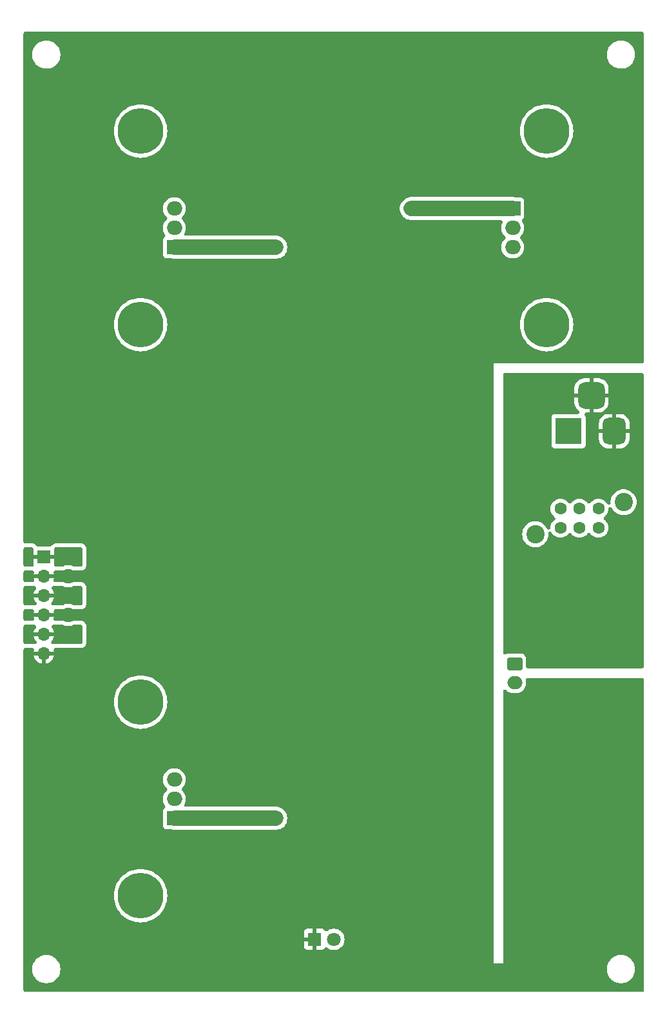
<source format=gbl>
G04 #@! TF.GenerationSoftware,KiCad,Pcbnew,8.0.8-2.fc41*
G04 #@! TF.CreationDate,2025-02-16T21:51:19+00:00*
G04 #@! TF.ProjectId,Power_supply,506f7765-725f-4737-9570-706c792e6b69,rev?*
G04 #@! TF.SameCoordinates,Original*
G04 #@! TF.FileFunction,Copper,L2,Bot*
G04 #@! TF.FilePolarity,Positive*
%FSLAX46Y46*%
G04 Gerber Fmt 4.6, Leading zero omitted, Abs format (unit mm)*
G04 Created by KiCad (PCBNEW 8.0.8-2.fc41) date 2025-02-16 21:51:19*
%MOMM*%
%LPD*%
G01*
G04 APERTURE LIST*
G04 Aperture macros list*
%AMRoundRect*
0 Rectangle with rounded corners*
0 $1 Rounding radius*
0 $2 $3 $4 $5 $6 $7 $8 $9 X,Y pos of 4 corners*
0 Add a 4 corners polygon primitive as box body*
4,1,4,$2,$3,$4,$5,$6,$7,$8,$9,$2,$3,0*
0 Add four circle primitives for the rounded corners*
1,1,$1+$1,$2,$3*
1,1,$1+$1,$4,$5*
1,1,$1+$1,$6,$7*
1,1,$1+$1,$8,$9*
0 Add four rect primitives between the rounded corners*
20,1,$1+$1,$2,$3,$4,$5,0*
20,1,$1+$1,$4,$5,$6,$7,0*
20,1,$1+$1,$6,$7,$8,$9,0*
20,1,$1+$1,$8,$9,$2,$3,0*%
G04 Aperture macros list end*
G04 #@! TA.AperFunction,ComponentPad*
%ADD10RoundRect,0.250000X-0.750000X0.600000X-0.750000X-0.600000X0.750000X-0.600000X0.750000X0.600000X0*%
G04 #@! TD*
G04 #@! TA.AperFunction,ComponentPad*
%ADD11O,2.000000X1.700000*%
G04 #@! TD*
G04 #@! TA.AperFunction,ComponentPad*
%ADD12R,1.800000X1.800000*%
G04 #@! TD*
G04 #@! TA.AperFunction,ComponentPad*
%ADD13C,1.800000*%
G04 #@! TD*
G04 #@! TA.AperFunction,ComponentPad*
%ADD14R,1.700000X1.700000*%
G04 #@! TD*
G04 #@! TA.AperFunction,ComponentPad*
%ADD15O,1.700000X1.700000*%
G04 #@! TD*
G04 #@! TA.AperFunction,ComponentPad*
%ADD16R,2.000000X1.905000*%
G04 #@! TD*
G04 #@! TA.AperFunction,ComponentPad*
%ADD17O,2.000000X1.905000*%
G04 #@! TD*
G04 #@! TA.AperFunction,ComponentPad*
%ADD18C,6.000000*%
G04 #@! TD*
G04 #@! TA.AperFunction,ComponentPad*
%ADD19R,3.500000X3.500000*%
G04 #@! TD*
G04 #@! TA.AperFunction,ComponentPad*
%ADD20RoundRect,0.750000X0.750000X1.000000X-0.750000X1.000000X-0.750000X-1.000000X0.750000X-1.000000X0*%
G04 #@! TD*
G04 #@! TA.AperFunction,ComponentPad*
%ADD21RoundRect,0.875000X0.875000X0.875000X-0.875000X0.875000X-0.875000X-0.875000X0.875000X-0.875000X0*%
G04 #@! TD*
G04 #@! TA.AperFunction,ComponentPad*
%ADD22C,1.600000*%
G04 #@! TD*
G04 #@! TA.AperFunction,ComponentPad*
%ADD23C,2.400000*%
G04 #@! TD*
G04 #@! TA.AperFunction,ViaPad*
%ADD24C,1.900000*%
G04 #@! TD*
G04 #@! TA.AperFunction,Conductor*
%ADD25C,2.000000*%
G04 #@! TD*
G04 APERTURE END LIST*
D10*
X168529000Y-119420000D03*
D11*
X168529000Y-121920000D03*
D12*
X142240000Y-155575000D03*
D13*
X144780000Y-155575000D03*
D14*
X106680000Y-105380000D03*
D15*
X106680000Y-107920000D03*
X106680000Y-110460000D03*
X106680000Y-113000000D03*
X106680000Y-115540000D03*
X106680000Y-118080000D03*
D16*
X123825000Y-139700000D03*
D17*
X123825000Y-137160000D03*
X123825000Y-134620000D03*
D16*
X123825000Y-64770000D03*
D17*
X123825000Y-62230000D03*
X123825000Y-59690000D03*
D18*
X119380000Y-149860000D03*
X119380000Y-124460000D03*
D16*
X168275000Y-59690000D03*
D17*
X168275000Y-62230000D03*
X168275000Y-64770000D03*
D18*
X119380000Y-74930000D03*
X119380000Y-49530000D03*
D19*
X175610000Y-88900000D03*
D20*
X181610000Y-88900000D03*
D21*
X178610000Y-84200000D03*
D18*
X172720000Y-49530000D03*
X172720000Y-74930000D03*
D22*
X179538000Y-99080000D03*
X177038000Y-99080000D03*
X174538000Y-99080000D03*
X179538000Y-101580000D03*
X177038000Y-101580000D03*
X174538000Y-101580000D03*
D23*
X182838000Y-98230000D03*
X171238000Y-102430000D03*
D24*
X109855000Y-110490000D03*
X139700000Y-73660000D03*
X133350000Y-128270000D03*
X154305000Y-65405000D03*
X109855000Y-113030000D03*
X142240000Y-67945000D03*
X152400000Y-50800000D03*
X143510000Y-140335000D03*
X179070000Y-124460000D03*
X164465000Y-152400000D03*
X139700000Y-148590000D03*
X142240000Y-60325000D03*
X109855000Y-107950000D03*
X144145000Y-137795000D03*
X164465000Y-142240000D03*
X169545000Y-151130000D03*
X164465000Y-147320000D03*
X164465000Y-157480000D03*
X137795000Y-59055000D03*
X168275000Y-140335000D03*
X149860000Y-64135000D03*
X137160000Y-64770000D03*
X137160000Y-139700000D03*
X109855000Y-105410000D03*
X109855000Y-115570000D03*
X169545000Y-115570000D03*
X182245000Y-106680000D03*
X179070000Y-116840000D03*
X154940000Y-59690000D03*
D25*
X123825000Y-64770000D02*
X137160000Y-64770000D01*
X123825000Y-139700000D02*
X137160000Y-139700000D01*
X154940000Y-59690000D02*
X168275000Y-59690000D01*
G04 #@! TA.AperFunction,Conductor*
G36*
X105184870Y-104158954D02*
G01*
X105265652Y-104212930D01*
X105319628Y-104293712D01*
X105338582Y-104389000D01*
X105337155Y-104415616D01*
X105330000Y-104482164D01*
X105330000Y-105129999D01*
X105330001Y-105130000D01*
X106246988Y-105130000D01*
X106214075Y-105187007D01*
X106180000Y-105314174D01*
X106180000Y-105445826D01*
X106214075Y-105572993D01*
X106246988Y-105630000D01*
X105330001Y-105630000D01*
X105330000Y-105630001D01*
X105330000Y-106277832D01*
X105336401Y-106337371D01*
X105336403Y-106337382D01*
X105338866Y-106343983D01*
X105354407Y-106439887D01*
X105332065Y-106534438D01*
X105275240Y-106613241D01*
X105192583Y-106664300D01*
X105105566Y-106680000D01*
X104249500Y-106680000D01*
X104154212Y-106661046D01*
X104073430Y-106607070D01*
X104019454Y-106526288D01*
X104000500Y-106431000D01*
X104000500Y-104389000D01*
X104019454Y-104293712D01*
X104073430Y-104212930D01*
X104154212Y-104158954D01*
X104249500Y-104140000D01*
X105089582Y-104140000D01*
X105184870Y-104158954D01*
G37*
G04 #@! TD.AperFunction*
G04 #@! TA.AperFunction,Conductor*
G36*
X111606288Y-104158954D02*
G01*
X111687070Y-104212930D01*
X111741046Y-104293712D01*
X111760000Y-104389000D01*
X111760000Y-106431000D01*
X111741046Y-106526288D01*
X111687070Y-106607070D01*
X111606288Y-106661046D01*
X111511000Y-106680000D01*
X110618907Y-106680000D01*
X110523619Y-106661046D01*
X110500396Y-106649989D01*
X110439655Y-106617117D01*
X110212297Y-106539066D01*
X110212294Y-106539065D01*
X109975192Y-106499500D01*
X109734808Y-106499500D01*
X109497705Y-106539065D01*
X109497702Y-106539066D01*
X109270344Y-106617117D01*
X109209604Y-106649989D01*
X109116780Y-106678672D01*
X109091093Y-106680000D01*
X108254434Y-106680000D01*
X108159146Y-106661046D01*
X108078364Y-106607070D01*
X108024388Y-106526288D01*
X108005434Y-106431000D01*
X108021134Y-106343983D01*
X108023596Y-106337382D01*
X108023598Y-106337371D01*
X108029999Y-106277832D01*
X108030000Y-106277825D01*
X108030000Y-105630001D01*
X108029999Y-105630000D01*
X107113012Y-105630000D01*
X107145925Y-105572993D01*
X107180000Y-105445826D01*
X107180000Y-105314174D01*
X107145925Y-105187007D01*
X107113012Y-105130000D01*
X108029999Y-105130000D01*
X108030000Y-105129999D01*
X108030000Y-104482175D01*
X108029999Y-104482164D01*
X108022845Y-104415616D01*
X108031505Y-104318848D01*
X108076537Y-104232759D01*
X108151086Y-104170457D01*
X108243802Y-104141427D01*
X108270418Y-104140000D01*
X111511000Y-104140000D01*
X111606288Y-104158954D01*
G37*
G04 #@! TD.AperFunction*
G04 #@! TA.AperFunction,Conductor*
G36*
X185345788Y-36519454D02*
G01*
X185426570Y-36573430D01*
X185480546Y-36654212D01*
X185499500Y-36749500D01*
X185499500Y-79761000D01*
X185480546Y-79856288D01*
X185426570Y-79937070D01*
X185345788Y-79991046D01*
X185250500Y-80010000D01*
X165735000Y-80010000D01*
X165735000Y-158750000D01*
X165735001Y-158750000D01*
X167004999Y-158750000D01*
X167005000Y-158750000D01*
X167005000Y-123057036D01*
X167023954Y-122961748D01*
X167077930Y-122880966D01*
X167158712Y-122826990D01*
X167254000Y-122808036D01*
X167349288Y-122826990D01*
X167430070Y-122880966D01*
X167499208Y-122950104D01*
X167671184Y-123075051D01*
X167860588Y-123171557D01*
X168062757Y-123237246D01*
X168136601Y-123248941D01*
X168272703Y-123270499D01*
X168272710Y-123270499D01*
X168272713Y-123270500D01*
X168272716Y-123270500D01*
X168785284Y-123270500D01*
X168785287Y-123270500D01*
X168785290Y-123270499D01*
X168785296Y-123270499D01*
X168884476Y-123254789D01*
X168995243Y-123237246D01*
X169197412Y-123171557D01*
X169386816Y-123075051D01*
X169558792Y-122950104D01*
X169709104Y-122799792D01*
X169834051Y-122627816D01*
X169930557Y-122438412D01*
X169996246Y-122236243D01*
X170029500Y-122026287D01*
X170029500Y-121813713D01*
X170029499Y-121813710D01*
X170029499Y-121813703D01*
X169996246Y-121603757D01*
X169993963Y-121594247D01*
X169996537Y-121593628D01*
X169987158Y-121514514D01*
X170013511Y-121421001D01*
X170073643Y-121344691D01*
X170158401Y-121297202D01*
X170235394Y-121285000D01*
X185250500Y-121285000D01*
X185345788Y-121303954D01*
X185426570Y-121357930D01*
X185480546Y-121438712D01*
X185499500Y-121534000D01*
X185499500Y-162250500D01*
X185480546Y-162345788D01*
X185426570Y-162426570D01*
X185345788Y-162480546D01*
X185250500Y-162499500D01*
X104249500Y-162499500D01*
X104154212Y-162480546D01*
X104073430Y-162426570D01*
X104019454Y-162345788D01*
X104000500Y-162250500D01*
X104000500Y-159378712D01*
X105149500Y-159378712D01*
X105149500Y-159621287D01*
X105181162Y-159861790D01*
X105181163Y-159861795D01*
X105243940Y-160096082D01*
X105243948Y-160096105D01*
X105336770Y-160320201D01*
X105336778Y-160320217D01*
X105458058Y-160530279D01*
X105458064Y-160530289D01*
X105605729Y-160722731D01*
X105605738Y-160722741D01*
X105777258Y-160894261D01*
X105777268Y-160894270D01*
X105898491Y-160987287D01*
X105969711Y-161041936D01*
X105969720Y-161041941D01*
X106179782Y-161163221D01*
X106179798Y-161163229D01*
X106319858Y-161221242D01*
X106403900Y-161256054D01*
X106403911Y-161256057D01*
X106403917Y-161256059D01*
X106587021Y-161305121D01*
X106638211Y-161318838D01*
X106878712Y-161350500D01*
X107121288Y-161350500D01*
X107361789Y-161318838D01*
X107523275Y-161275567D01*
X107596082Y-161256059D01*
X107596084Y-161256058D01*
X107596100Y-161256054D01*
X107747766Y-161193231D01*
X107820201Y-161163229D01*
X107820206Y-161163226D01*
X107820212Y-161163224D01*
X108030289Y-161041936D01*
X108222738Y-160894265D01*
X108394265Y-160722738D01*
X108541936Y-160530289D01*
X108663224Y-160320212D01*
X108756054Y-160096100D01*
X108818838Y-159861789D01*
X108850500Y-159621288D01*
X108850500Y-159378712D01*
X180649500Y-159378712D01*
X180649500Y-159621287D01*
X180681162Y-159861790D01*
X180681163Y-159861795D01*
X180743940Y-160096082D01*
X180743948Y-160096105D01*
X180836770Y-160320201D01*
X180836778Y-160320217D01*
X180958058Y-160530279D01*
X180958064Y-160530289D01*
X181105729Y-160722731D01*
X181105738Y-160722741D01*
X181277258Y-160894261D01*
X181277268Y-160894270D01*
X181398491Y-160987287D01*
X181469711Y-161041936D01*
X181469720Y-161041941D01*
X181679782Y-161163221D01*
X181679798Y-161163229D01*
X181819858Y-161221242D01*
X181903900Y-161256054D01*
X181903911Y-161256057D01*
X181903917Y-161256059D01*
X182087021Y-161305121D01*
X182138211Y-161318838D01*
X182378712Y-161350500D01*
X182621288Y-161350500D01*
X182861789Y-161318838D01*
X183023275Y-161275567D01*
X183096082Y-161256059D01*
X183096084Y-161256058D01*
X183096100Y-161256054D01*
X183247766Y-161193231D01*
X183320201Y-161163229D01*
X183320206Y-161163226D01*
X183320212Y-161163224D01*
X183530289Y-161041936D01*
X183722738Y-160894265D01*
X183894265Y-160722738D01*
X184041936Y-160530289D01*
X184163224Y-160320212D01*
X184256054Y-160096100D01*
X184318838Y-159861789D01*
X184350500Y-159621288D01*
X184350500Y-159378712D01*
X184318838Y-159138211D01*
X184256054Y-158903900D01*
X184192307Y-158750000D01*
X184163229Y-158679798D01*
X184163221Y-158679782D01*
X184041941Y-158469720D01*
X184041935Y-158469710D01*
X183894270Y-158277268D01*
X183894261Y-158277258D01*
X183722741Y-158105738D01*
X183722731Y-158105729D01*
X183530289Y-157958064D01*
X183530279Y-157958058D01*
X183320217Y-157836778D01*
X183320201Y-157836770D01*
X183096105Y-157743948D01*
X183096103Y-157743947D01*
X183096100Y-157743946D01*
X183096096Y-157743945D01*
X183096082Y-157743940D01*
X182861795Y-157681163D01*
X182861790Y-157681162D01*
X182621288Y-157649500D01*
X182378712Y-157649500D01*
X182138209Y-157681162D01*
X182138204Y-157681163D01*
X181903917Y-157743940D01*
X181903894Y-157743948D01*
X181679798Y-157836770D01*
X181679782Y-157836778D01*
X181469720Y-157958058D01*
X181469710Y-157958064D01*
X181277268Y-158105729D01*
X181277258Y-158105738D01*
X181105738Y-158277258D01*
X181105729Y-158277268D01*
X180958064Y-158469710D01*
X180958058Y-158469720D01*
X180836778Y-158679782D01*
X180836770Y-158679798D01*
X180743948Y-158903894D01*
X180743940Y-158903917D01*
X180681163Y-159138204D01*
X180681162Y-159138209D01*
X180649500Y-159378712D01*
X108850500Y-159378712D01*
X108818838Y-159138211D01*
X108756054Y-158903900D01*
X108692307Y-158750000D01*
X108663229Y-158679798D01*
X108663221Y-158679782D01*
X108541941Y-158469720D01*
X108541935Y-158469710D01*
X108394270Y-158277268D01*
X108394261Y-158277258D01*
X108222741Y-158105738D01*
X108222731Y-158105729D01*
X108030289Y-157958064D01*
X108030279Y-157958058D01*
X107820217Y-157836778D01*
X107820201Y-157836770D01*
X107596105Y-157743948D01*
X107596103Y-157743947D01*
X107596100Y-157743946D01*
X107596096Y-157743945D01*
X107596082Y-157743940D01*
X107361795Y-157681163D01*
X107361790Y-157681162D01*
X107121288Y-157649500D01*
X106878712Y-157649500D01*
X106638209Y-157681162D01*
X106638204Y-157681163D01*
X106403917Y-157743940D01*
X106403894Y-157743948D01*
X106179798Y-157836770D01*
X106179782Y-157836778D01*
X105969720Y-157958058D01*
X105969710Y-157958064D01*
X105777268Y-158105729D01*
X105777258Y-158105738D01*
X105605738Y-158277258D01*
X105605729Y-158277268D01*
X105458064Y-158469710D01*
X105458058Y-158469720D01*
X105336778Y-158679782D01*
X105336770Y-158679798D01*
X105243948Y-158903894D01*
X105243940Y-158903917D01*
X105181163Y-159138204D01*
X105181162Y-159138209D01*
X105149500Y-159378712D01*
X104000500Y-159378712D01*
X104000500Y-154627167D01*
X140840000Y-154627167D01*
X140840000Y-155324999D01*
X140840001Y-155325000D01*
X141864722Y-155325000D01*
X141820667Y-155401306D01*
X141790000Y-155515756D01*
X141790000Y-155634244D01*
X141820667Y-155748694D01*
X141864722Y-155825000D01*
X140840001Y-155825000D01*
X140840000Y-155825001D01*
X140840000Y-156522832D01*
X140846401Y-156582371D01*
X140846403Y-156582378D01*
X140896646Y-156717087D01*
X140982810Y-156832187D01*
X140982812Y-156832189D01*
X141097912Y-156918353D01*
X141232621Y-156968596D01*
X141232628Y-156968598D01*
X141292167Y-156974999D01*
X141292175Y-156975000D01*
X141989999Y-156975000D01*
X141990000Y-156974999D01*
X141990000Y-155950277D01*
X142066306Y-155994333D01*
X142180756Y-156025000D01*
X142299244Y-156025000D01*
X142413694Y-155994333D01*
X142490000Y-155950277D01*
X142490000Y-156974999D01*
X142490001Y-156975000D01*
X143187825Y-156975000D01*
X143187832Y-156974999D01*
X143247371Y-156968598D01*
X143247378Y-156968596D01*
X143382087Y-156918353D01*
X143497187Y-156832189D01*
X143497191Y-156832185D01*
X143572616Y-156731431D01*
X143644893Y-156666508D01*
X143736514Y-156634186D01*
X143833530Y-156639387D01*
X143921171Y-156681318D01*
X143924890Y-156684157D01*
X144011370Y-156751468D01*
X144215487Y-156861931D01*
X144215489Y-156861931D01*
X144215497Y-156861936D01*
X144435019Y-156937298D01*
X144663951Y-156975500D01*
X144896049Y-156975500D01*
X145124981Y-156937298D01*
X145344503Y-156861936D01*
X145548626Y-156751470D01*
X145731784Y-156608913D01*
X145888979Y-156438153D01*
X146015924Y-156243849D01*
X146109157Y-156031300D01*
X146166134Y-155806305D01*
X146185300Y-155575000D01*
X146166134Y-155343695D01*
X146109157Y-155118700D01*
X146015924Y-154906151D01*
X145888979Y-154711847D01*
X145888977Y-154711844D01*
X145731785Y-154541088D01*
X145731779Y-154541083D01*
X145548628Y-154398531D01*
X145344512Y-154288068D01*
X145344507Y-154288066D01*
X145344503Y-154288064D01*
X145124981Y-154212702D01*
X145124978Y-154212701D01*
X145124974Y-154212700D01*
X144896049Y-154174500D01*
X144663951Y-154174500D01*
X144435025Y-154212700D01*
X144435019Y-154212701D01*
X144435019Y-154212702D01*
X144215497Y-154288064D01*
X144215494Y-154288065D01*
X144215487Y-154288068D01*
X144011369Y-154398532D01*
X144011366Y-154398534D01*
X143924888Y-154465843D01*
X143838051Y-154509413D01*
X143741150Y-154516435D01*
X143648938Y-154485840D01*
X143575454Y-154422285D01*
X143572616Y-154418569D01*
X143497189Y-154317812D01*
X143497187Y-154317810D01*
X143382087Y-154231646D01*
X143247378Y-154181403D01*
X143247371Y-154181401D01*
X143187832Y-154175000D01*
X142490001Y-154175000D01*
X142490000Y-154175001D01*
X142490000Y-155199722D01*
X142413694Y-155155667D01*
X142299244Y-155125000D01*
X142180756Y-155125000D01*
X142066306Y-155155667D01*
X141990000Y-155199722D01*
X141990000Y-154175001D01*
X141989999Y-154175000D01*
X141292167Y-154175000D01*
X141232628Y-154181401D01*
X141232621Y-154181403D01*
X141097912Y-154231646D01*
X140982812Y-154317810D01*
X140982810Y-154317812D01*
X140896646Y-154432912D01*
X140846403Y-154567621D01*
X140846401Y-154567628D01*
X140840000Y-154627167D01*
X104000500Y-154627167D01*
X104000500Y-149860000D01*
X115874696Y-149860000D01*
X115893897Y-150226401D01*
X115951294Y-150588793D01*
X115951296Y-150588802D01*
X116046254Y-150943189D01*
X116177746Y-151285740D01*
X116177747Y-151285742D01*
X116344316Y-151612649D01*
X116544152Y-151920371D01*
X116775045Y-152205499D01*
X116775051Y-152205506D01*
X117034494Y-152464949D01*
X117034499Y-152464953D01*
X117034500Y-152464954D01*
X117319629Y-152695847D01*
X117319628Y-152695847D01*
X117627350Y-152895683D01*
X117954257Y-153062252D01*
X117954259Y-153062253D01*
X117954263Y-153062254D01*
X117954264Y-153062255D01*
X118296801Y-153193742D01*
X118296804Y-153193743D01*
X118296810Y-153193745D01*
X118651197Y-153288703D01*
X118651206Y-153288705D01*
X119013596Y-153346102D01*
X119380000Y-153365304D01*
X119746404Y-153346102D01*
X120108794Y-153288705D01*
X120108798Y-153288703D01*
X120108802Y-153288703D01*
X120463189Y-153193745D01*
X120463191Y-153193743D01*
X120463199Y-153193742D01*
X120805736Y-153062255D01*
X121132652Y-152895682D01*
X121440366Y-152695851D01*
X121725506Y-152464949D01*
X121984949Y-152205506D01*
X122215851Y-151920366D01*
X122415682Y-151612652D01*
X122582255Y-151285736D01*
X122713742Y-150943199D01*
X122808705Y-150588794D01*
X122866102Y-150226404D01*
X122885304Y-149860000D01*
X122866102Y-149493596D01*
X122808705Y-149131206D01*
X122808703Y-149131197D01*
X122713745Y-148776810D01*
X122582253Y-148434259D01*
X122582252Y-148434257D01*
X122415683Y-148107350D01*
X122215847Y-147799628D01*
X121984954Y-147514500D01*
X121984953Y-147514499D01*
X121984949Y-147514494D01*
X121725506Y-147255051D01*
X121440370Y-147024152D01*
X121440371Y-147024152D01*
X121132649Y-146824316D01*
X120805742Y-146657747D01*
X120805740Y-146657746D01*
X120463189Y-146526254D01*
X120108802Y-146431296D01*
X120108793Y-146431294D01*
X119746401Y-146373897D01*
X119746402Y-146373897D01*
X119380000Y-146354696D01*
X119013598Y-146373897D01*
X118651206Y-146431294D01*
X118651197Y-146431296D01*
X118296810Y-146526254D01*
X117954259Y-146657746D01*
X117954257Y-146657747D01*
X117627350Y-146824316D01*
X117319628Y-147024152D01*
X117034500Y-147255045D01*
X116775045Y-147514500D01*
X116544152Y-147799628D01*
X116344316Y-148107350D01*
X116177747Y-148434257D01*
X116177746Y-148434259D01*
X116046254Y-148776810D01*
X115951296Y-149131197D01*
X115951294Y-149131206D01*
X115893897Y-149493598D01*
X115874696Y-149860000D01*
X104000500Y-149860000D01*
X104000500Y-134505636D01*
X122324500Y-134505636D01*
X122324500Y-134734363D01*
X122360277Y-134960242D01*
X122430949Y-135177751D01*
X122430952Y-135177758D01*
X122534783Y-135381538D01*
X122669214Y-135566566D01*
X122816581Y-135713933D01*
X122870555Y-135794712D01*
X122889509Y-135890000D01*
X122870555Y-135985288D01*
X122816581Y-136066066D01*
X122669214Y-136213434D01*
X122669211Y-136213437D01*
X122534785Y-136398458D01*
X122430952Y-136602241D01*
X122430949Y-136602248D01*
X122360277Y-136819757D01*
X122324500Y-137045636D01*
X122324500Y-137274363D01*
X122360277Y-137500242D01*
X122430949Y-137717751D01*
X122430952Y-137717758D01*
X122500988Y-137855212D01*
X122534785Y-137921541D01*
X122587214Y-137993703D01*
X122627889Y-138081933D01*
X122631704Y-138179013D01*
X122598077Y-138270163D01*
X122534991Y-138339395D01*
X122467459Y-138389949D01*
X122467453Y-138389955D01*
X122381204Y-138505169D01*
X122330908Y-138640018D01*
X122324500Y-138699623D01*
X122324500Y-140700365D01*
X122324501Y-140700369D01*
X122330908Y-140759980D01*
X122330909Y-140759984D01*
X122381203Y-140894829D01*
X122381204Y-140894831D01*
X122467454Y-141010046D01*
X122582669Y-141096296D01*
X122717517Y-141146591D01*
X122777127Y-141153000D01*
X123401713Y-141152999D01*
X123463751Y-141162824D01*
X123464125Y-141161270D01*
X123473630Y-141163552D01*
X123473632Y-141163553D01*
X123473633Y-141163553D01*
X123473641Y-141163555D01*
X123672493Y-141195049D01*
X123706908Y-141200500D01*
X123706912Y-141200500D01*
X137278088Y-141200500D01*
X137278092Y-141200500D01*
X137511368Y-141163553D01*
X137735992Y-141090568D01*
X137946433Y-140983343D01*
X138137510Y-140844517D01*
X138304517Y-140677510D01*
X138443343Y-140486433D01*
X138550568Y-140275992D01*
X138623553Y-140051368D01*
X138660500Y-139818092D01*
X138660500Y-139581908D01*
X138623553Y-139348632D01*
X138550568Y-139124008D01*
X138443343Y-138913567D01*
X138443341Y-138913564D01*
X138443340Y-138913562D01*
X138304521Y-138722495D01*
X138304519Y-138722493D01*
X138304517Y-138722490D01*
X138137510Y-138555483D01*
X138137506Y-138555480D01*
X138137504Y-138555478D01*
X137946437Y-138416659D01*
X137894025Y-138389954D01*
X137735992Y-138309432D01*
X137735989Y-138309431D01*
X137735987Y-138309430D01*
X137563571Y-138253409D01*
X137511368Y-138236447D01*
X137511366Y-138236446D01*
X137511364Y-138236446D01*
X137278103Y-138199501D01*
X137278094Y-138199500D01*
X137278092Y-138199500D01*
X137278088Y-138199500D01*
X125379919Y-138199500D01*
X125284631Y-138180546D01*
X125203849Y-138126570D01*
X125149873Y-138045788D01*
X125130919Y-137950500D01*
X125149873Y-137855212D01*
X125158059Y-137837456D01*
X125165242Y-137823357D01*
X125219048Y-137717758D01*
X125289722Y-137500245D01*
X125325500Y-137274354D01*
X125325500Y-137045646D01*
X125325499Y-137045643D01*
X125325499Y-137045636D01*
X125289722Y-136819757D01*
X125289722Y-136819755D01*
X125219048Y-136602242D01*
X125115217Y-136398462D01*
X124980786Y-136213434D01*
X124833418Y-136066066D01*
X124779445Y-135985288D01*
X124760491Y-135890000D01*
X124779445Y-135794712D01*
X124833418Y-135713933D01*
X124980786Y-135566566D01*
X125115217Y-135381538D01*
X125219048Y-135177758D01*
X125289722Y-134960245D01*
X125325500Y-134734354D01*
X125325500Y-134505646D01*
X125325499Y-134505643D01*
X125325499Y-134505636D01*
X125289722Y-134279757D01*
X125289722Y-134279755D01*
X125219048Y-134062242D01*
X125115217Y-133858462D01*
X124980786Y-133673434D01*
X124819066Y-133511714D01*
X124634038Y-133377283D01*
X124430258Y-133273452D01*
X124430251Y-133273449D01*
X124212742Y-133202777D01*
X123986863Y-133167000D01*
X123986854Y-133167000D01*
X123663146Y-133167000D01*
X123663136Y-133167000D01*
X123437257Y-133202777D01*
X123219748Y-133273449D01*
X123219741Y-133273452D01*
X123015958Y-133377285D01*
X122830937Y-133511711D01*
X122669211Y-133673437D01*
X122534785Y-133858458D01*
X122430952Y-134062241D01*
X122430949Y-134062248D01*
X122360277Y-134279757D01*
X122324500Y-134505636D01*
X104000500Y-134505636D01*
X104000500Y-124460000D01*
X115874696Y-124460000D01*
X115893897Y-124826401D01*
X115951294Y-125188793D01*
X115951296Y-125188802D01*
X116046254Y-125543189D01*
X116177746Y-125885740D01*
X116177747Y-125885742D01*
X116344316Y-126212649D01*
X116544152Y-126520371D01*
X116775045Y-126805499D01*
X116775051Y-126805506D01*
X117034494Y-127064949D01*
X117034499Y-127064953D01*
X117034500Y-127064954D01*
X117319629Y-127295847D01*
X117319628Y-127295847D01*
X117627350Y-127495683D01*
X117954257Y-127662252D01*
X117954259Y-127662253D01*
X117954263Y-127662254D01*
X117954264Y-127662255D01*
X118296801Y-127793742D01*
X118296804Y-127793743D01*
X118296810Y-127793745D01*
X118651197Y-127888703D01*
X118651206Y-127888705D01*
X119013596Y-127946102D01*
X119380000Y-127965304D01*
X119746404Y-127946102D01*
X120108794Y-127888705D01*
X120108798Y-127888703D01*
X120108802Y-127888703D01*
X120463189Y-127793745D01*
X120463191Y-127793743D01*
X120463199Y-127793742D01*
X120805736Y-127662255D01*
X121132652Y-127495682D01*
X121440366Y-127295851D01*
X121725506Y-127064949D01*
X121984949Y-126805506D01*
X122215851Y-126520366D01*
X122415682Y-126212652D01*
X122582255Y-125885736D01*
X122713742Y-125543199D01*
X122808705Y-125188794D01*
X122866102Y-124826404D01*
X122885304Y-124460000D01*
X122866102Y-124093596D01*
X122808705Y-123731206D01*
X122808703Y-123731197D01*
X122713745Y-123376810D01*
X122672936Y-123270499D01*
X122582255Y-123034264D01*
X122582254Y-123034263D01*
X122582253Y-123034259D01*
X122582252Y-123034257D01*
X122415683Y-122707350D01*
X122364033Y-122627816D01*
X122215851Y-122399634D01*
X122215850Y-122399633D01*
X122215847Y-122399628D01*
X121984954Y-122114500D01*
X121984953Y-122114499D01*
X121984949Y-122114494D01*
X121725506Y-121855051D01*
X121674460Y-121813715D01*
X121440370Y-121624152D01*
X121440371Y-121624152D01*
X121132649Y-121424316D01*
X120805742Y-121257747D01*
X120805740Y-121257746D01*
X120463189Y-121126254D01*
X120108802Y-121031296D01*
X120108793Y-121031294D01*
X119746401Y-120973897D01*
X119746402Y-120973897D01*
X119380000Y-120954696D01*
X119013598Y-120973897D01*
X118651206Y-121031294D01*
X118651197Y-121031296D01*
X118296810Y-121126254D01*
X117954259Y-121257746D01*
X117954257Y-121257747D01*
X117627350Y-121424316D01*
X117319628Y-121624152D01*
X117034500Y-121855045D01*
X116775045Y-122114500D01*
X116544152Y-122399628D01*
X116344316Y-122707350D01*
X116177747Y-123034257D01*
X116177746Y-123034259D01*
X116046254Y-123376810D01*
X115951296Y-123731197D01*
X115951294Y-123731206D01*
X115893897Y-124093598D01*
X115874696Y-124460000D01*
X104000500Y-124460000D01*
X104000500Y-117594500D01*
X104019454Y-117499212D01*
X104073430Y-117418430D01*
X104154212Y-117364454D01*
X104249500Y-117345500D01*
X105154682Y-117345500D01*
X105249970Y-117364454D01*
X105330752Y-117418430D01*
X105384728Y-117499212D01*
X105403682Y-117594500D01*
X105395198Y-117658946D01*
X105349364Y-117829999D01*
X105349364Y-117830000D01*
X106246988Y-117830000D01*
X106214075Y-117887007D01*
X106180000Y-118014174D01*
X106180000Y-118145826D01*
X106214075Y-118272993D01*
X106246988Y-118330000D01*
X105349364Y-118330000D01*
X105349363Y-118330001D01*
X105406566Y-118543483D01*
X105406566Y-118543485D01*
X105506399Y-118757576D01*
X105641889Y-118951076D01*
X105808923Y-119118110D01*
X106002423Y-119253600D01*
X106216511Y-119353431D01*
X106430000Y-119410635D01*
X106430000Y-118513012D01*
X106487007Y-118545925D01*
X106614174Y-118580000D01*
X106745826Y-118580000D01*
X106872993Y-118545925D01*
X106930000Y-118513012D01*
X106930000Y-119410635D01*
X107143488Y-119353431D01*
X107357576Y-119253600D01*
X107551076Y-119118110D01*
X107718110Y-118951076D01*
X107853600Y-118757576D01*
X107953433Y-118543485D01*
X107953433Y-118543483D01*
X108010636Y-118330001D01*
X108010636Y-118330000D01*
X107113012Y-118330000D01*
X107145925Y-118272993D01*
X107180000Y-118145826D01*
X107180000Y-118014174D01*
X107145925Y-117887007D01*
X107113012Y-117830000D01*
X108010636Y-117830000D01*
X108010635Y-117829999D01*
X107964802Y-117658946D01*
X107958448Y-117561999D01*
X107989678Y-117470000D01*
X108053736Y-117396955D01*
X108140872Y-117353984D01*
X108205318Y-117345500D01*
X111510997Y-117345500D01*
X111511000Y-117345500D01*
X111609618Y-117335787D01*
X111704906Y-117316833D01*
X111757335Y-117303451D01*
X111887126Y-117241356D01*
X111967908Y-117187380D01*
X112011233Y-117154947D01*
X112107380Y-117047908D01*
X112161356Y-116967126D01*
X112188966Y-116920591D01*
X112236833Y-116784906D01*
X112255787Y-116689618D01*
X112265500Y-116591000D01*
X112265500Y-114549000D01*
X112255787Y-114450382D01*
X112236833Y-114355094D01*
X112223451Y-114302665D01*
X112161356Y-114172874D01*
X112107380Y-114092092D01*
X112074947Y-114048767D01*
X111967908Y-113952620D01*
X111967205Y-113952150D01*
X111887150Y-113898659D01*
X111887121Y-113898641D01*
X111840590Y-113871033D01*
X111704907Y-113823167D01*
X111704903Y-113823166D01*
X111609614Y-113804212D01*
X111511000Y-113794500D01*
X110618907Y-113794500D01*
X110618906Y-113794500D01*
X110592816Y-113795173D01*
X110569203Y-113796394D01*
X110567121Y-113796502D01*
X110505553Y-113807430D01*
X110443985Y-113818359D01*
X110385117Y-113836549D01*
X110363548Y-113843214D01*
X110351156Y-113847043D01*
X110351146Y-113847046D01*
X110259806Y-113885435D01*
X110254032Y-113888560D01*
X110216389Y-113905070D01*
X110107295Y-113942522D01*
X110067431Y-113952617D01*
X109991818Y-113965235D01*
X109953650Y-113971604D01*
X109912669Y-113975000D01*
X109797331Y-113975000D01*
X109756347Y-113971604D01*
X109699458Y-113962111D01*
X109642571Y-113952618D01*
X109602705Y-113942522D01*
X109493603Y-113905067D01*
X109455948Y-113888551D01*
X109450183Y-113885431D01*
X109426906Y-113873601D01*
X109403699Y-113862551D01*
X109403696Y-113862550D01*
X109403694Y-113862549D01*
X109285001Y-113823167D01*
X109191641Y-113804597D01*
X109189711Y-113804213D01*
X109189709Y-113804212D01*
X109189705Y-113804212D01*
X109091093Y-113794500D01*
X108188563Y-113794500D01*
X108093275Y-113775546D01*
X108012493Y-113721570D01*
X107958517Y-113640788D01*
X107939563Y-113545500D01*
X107952100Y-113474389D01*
X107950618Y-113473992D01*
X108010636Y-113250001D01*
X108010636Y-113250000D01*
X107113012Y-113250000D01*
X107145925Y-113192993D01*
X107180000Y-113065826D01*
X107180000Y-112934174D01*
X107145925Y-112807007D01*
X107113012Y-112750000D01*
X108010636Y-112750000D01*
X108010635Y-112749999D01*
X107964802Y-112578946D01*
X107958448Y-112481999D01*
X107989678Y-112390000D01*
X108053736Y-112316955D01*
X108140872Y-112273984D01*
X108205318Y-112265500D01*
X109091094Y-112265500D01*
X109094355Y-112265415D01*
X109117192Y-112264826D01*
X109142879Y-112263498D01*
X109266019Y-112241640D01*
X109358843Y-112212957D01*
X109450202Y-112174559D01*
X109455935Y-112171455D01*
X109493608Y-112154928D01*
X109602716Y-112117472D01*
X109642566Y-112107381D01*
X109721064Y-112094282D01*
X109756346Y-112088396D01*
X109797327Y-112085000D01*
X109912671Y-112085000D01*
X109953654Y-112088396D01*
X110067427Y-112107381D01*
X110107292Y-112117476D01*
X110164592Y-112137146D01*
X110216386Y-112154927D01*
X110254050Y-112171448D01*
X110259801Y-112174561D01*
X110283090Y-112186397D01*
X110306313Y-112197454D01*
X110425001Y-112236833D01*
X110520289Y-112255787D01*
X110618907Y-112265500D01*
X110618910Y-112265500D01*
X111510997Y-112265500D01*
X111511000Y-112265500D01*
X111609618Y-112255787D01*
X111704906Y-112236833D01*
X111757335Y-112223451D01*
X111887126Y-112161356D01*
X111967908Y-112107380D01*
X112011233Y-112074947D01*
X112107380Y-111967908D01*
X112161356Y-111887126D01*
X112188966Y-111840591D01*
X112236833Y-111704906D01*
X112255787Y-111609618D01*
X112265500Y-111511000D01*
X112265500Y-109469000D01*
X112255787Y-109370382D01*
X112236833Y-109275094D01*
X112223451Y-109222665D01*
X112161356Y-109092874D01*
X112107380Y-109012092D01*
X112074947Y-108968767D01*
X111967908Y-108872620D01*
X111967205Y-108872150D01*
X111887150Y-108818659D01*
X111887121Y-108818641D01*
X111840590Y-108791033D01*
X111704907Y-108743167D01*
X111704903Y-108743166D01*
X111609614Y-108724212D01*
X111511000Y-108714500D01*
X110618907Y-108714500D01*
X110618906Y-108714500D01*
X110592816Y-108715173D01*
X110569203Y-108716394D01*
X110567121Y-108716502D01*
X110505553Y-108727430D01*
X110443985Y-108738359D01*
X110385117Y-108756549D01*
X110363548Y-108763214D01*
X110351156Y-108767043D01*
X110351146Y-108767046D01*
X110259806Y-108805435D01*
X110254032Y-108808560D01*
X110216389Y-108825070D01*
X110107295Y-108862522D01*
X110067431Y-108872617D01*
X109991818Y-108885235D01*
X109953650Y-108891604D01*
X109912669Y-108895000D01*
X109797331Y-108895000D01*
X109756347Y-108891604D01*
X109699458Y-108882111D01*
X109642571Y-108872618D01*
X109602705Y-108862522D01*
X109493603Y-108825067D01*
X109455948Y-108808551D01*
X109450183Y-108805431D01*
X109426906Y-108793601D01*
X109403699Y-108782551D01*
X109403696Y-108782550D01*
X109403694Y-108782549D01*
X109285001Y-108743167D01*
X109191641Y-108724597D01*
X109189711Y-108724213D01*
X109189709Y-108724212D01*
X109189705Y-108724212D01*
X109091093Y-108714500D01*
X108188563Y-108714500D01*
X108093275Y-108695546D01*
X108012493Y-108641570D01*
X107958517Y-108560788D01*
X107939563Y-108465500D01*
X107952100Y-108394389D01*
X107950618Y-108393992D01*
X108010636Y-108170001D01*
X108010636Y-108170000D01*
X107113012Y-108170000D01*
X107145925Y-108112993D01*
X107180000Y-107985826D01*
X107180000Y-107854174D01*
X107145925Y-107727007D01*
X107113012Y-107670000D01*
X108010636Y-107670000D01*
X108010635Y-107669999D01*
X107963802Y-107495215D01*
X107957447Y-107398268D01*
X107988676Y-107306269D01*
X108052735Y-107233224D01*
X108139870Y-107190253D01*
X108228721Y-107182967D01*
X108254434Y-107185500D01*
X108254441Y-107185500D01*
X109091094Y-107185500D01*
X109094355Y-107185415D01*
X109117192Y-107184826D01*
X109142879Y-107183498D01*
X109266019Y-107161640D01*
X109358843Y-107132957D01*
X109450202Y-107094559D01*
X109455935Y-107091455D01*
X109493608Y-107074928D01*
X109602716Y-107037472D01*
X109642566Y-107027381D01*
X109721064Y-107014282D01*
X109756346Y-107008396D01*
X109797327Y-107005000D01*
X109912671Y-107005000D01*
X109953654Y-107008396D01*
X110067427Y-107027381D01*
X110107292Y-107037476D01*
X110164592Y-107057146D01*
X110216386Y-107074927D01*
X110254050Y-107091448D01*
X110259801Y-107094561D01*
X110283090Y-107106397D01*
X110306313Y-107117454D01*
X110425001Y-107156833D01*
X110520289Y-107175787D01*
X110618907Y-107185500D01*
X110618910Y-107185500D01*
X111510997Y-107185500D01*
X111511000Y-107185500D01*
X111609618Y-107175787D01*
X111704906Y-107156833D01*
X111757335Y-107143451D01*
X111887126Y-107081356D01*
X111967908Y-107027380D01*
X112011233Y-106994947D01*
X112107380Y-106887908D01*
X112161356Y-106807126D01*
X112188966Y-106760591D01*
X112236833Y-106624906D01*
X112255787Y-106529618D01*
X112265500Y-106431000D01*
X112265500Y-104389000D01*
X112255787Y-104290382D01*
X112236833Y-104195094D01*
X112223451Y-104142665D01*
X112161356Y-104012874D01*
X112107380Y-103932092D01*
X112074947Y-103888767D01*
X111967908Y-103792620D01*
X111967205Y-103792150D01*
X111887150Y-103738659D01*
X111887121Y-103738641D01*
X111840590Y-103711033D01*
X111704907Y-103663167D01*
X111704903Y-103663166D01*
X111609614Y-103644212D01*
X111511000Y-103634500D01*
X108270418Y-103634500D01*
X108243355Y-103635225D01*
X108216739Y-103636652D01*
X108092757Y-103659021D01*
X108092752Y-103659022D01*
X108092749Y-103659023D01*
X108000053Y-103688047D01*
X108000033Y-103688053D01*
X107949335Y-103706962D01*
X107826932Y-103782573D01*
X107752371Y-103844884D01*
X107712771Y-103881753D01*
X107680763Y-103926140D01*
X107609656Y-103992342D01*
X107518626Y-104026294D01*
X107478798Y-104029500D01*
X105883521Y-104029500D01*
X105788233Y-104010546D01*
X105707451Y-103956570D01*
X105684187Y-103929721D01*
X105653530Y-103888769D01*
X105653529Y-103888767D01*
X105546490Y-103792620D01*
X105545787Y-103792150D01*
X105465732Y-103738659D01*
X105465703Y-103738641D01*
X105419172Y-103711033D01*
X105283489Y-103663167D01*
X105283485Y-103663166D01*
X105188196Y-103644212D01*
X105089582Y-103634500D01*
X104249500Y-103634500D01*
X104154212Y-103615546D01*
X104073430Y-103561570D01*
X104019454Y-103480788D01*
X104000500Y-103385500D01*
X104000500Y-74930000D01*
X115874696Y-74930000D01*
X115893897Y-75296401D01*
X115951294Y-75658793D01*
X115951296Y-75658802D01*
X116046254Y-76013189D01*
X116177746Y-76355740D01*
X116177747Y-76355742D01*
X116344316Y-76682649D01*
X116544152Y-76990371D01*
X116775045Y-77275499D01*
X116775051Y-77275506D01*
X117034494Y-77534949D01*
X117034499Y-77534953D01*
X117034500Y-77534954D01*
X117319629Y-77765847D01*
X117319628Y-77765847D01*
X117627350Y-77965683D01*
X117954257Y-78132252D01*
X117954259Y-78132253D01*
X117954263Y-78132254D01*
X117954264Y-78132255D01*
X118296801Y-78263742D01*
X118296804Y-78263743D01*
X118296810Y-78263745D01*
X118651197Y-78358703D01*
X118651206Y-78358705D01*
X119013596Y-78416102D01*
X119380000Y-78435304D01*
X119746404Y-78416102D01*
X120108794Y-78358705D01*
X120108798Y-78358703D01*
X120108802Y-78358703D01*
X120463189Y-78263745D01*
X120463191Y-78263743D01*
X120463199Y-78263742D01*
X120805736Y-78132255D01*
X121132652Y-77965682D01*
X121440366Y-77765851D01*
X121725506Y-77534949D01*
X121984949Y-77275506D01*
X122215851Y-76990366D01*
X122415682Y-76682652D01*
X122582255Y-76355736D01*
X122713742Y-76013199D01*
X122808705Y-75658794D01*
X122866102Y-75296404D01*
X122885304Y-74930000D01*
X169214696Y-74930000D01*
X169233897Y-75296401D01*
X169291294Y-75658793D01*
X169291296Y-75658802D01*
X169386254Y-76013189D01*
X169517746Y-76355740D01*
X169517747Y-76355742D01*
X169684316Y-76682649D01*
X169884152Y-76990371D01*
X170115045Y-77275499D01*
X170115051Y-77275506D01*
X170374494Y-77534949D01*
X170374499Y-77534953D01*
X170374500Y-77534954D01*
X170659629Y-77765847D01*
X170659628Y-77765847D01*
X170967350Y-77965683D01*
X171294257Y-78132252D01*
X171294259Y-78132253D01*
X171294263Y-78132254D01*
X171294264Y-78132255D01*
X171636801Y-78263742D01*
X171636804Y-78263743D01*
X171636810Y-78263745D01*
X171991197Y-78358703D01*
X171991206Y-78358705D01*
X172353596Y-78416102D01*
X172720000Y-78435304D01*
X173086404Y-78416102D01*
X173448794Y-78358705D01*
X173448798Y-78358703D01*
X173448802Y-78358703D01*
X173803189Y-78263745D01*
X173803191Y-78263743D01*
X173803199Y-78263742D01*
X174145736Y-78132255D01*
X174472652Y-77965682D01*
X174780366Y-77765851D01*
X175065506Y-77534949D01*
X175324949Y-77275506D01*
X175555851Y-76990366D01*
X175755682Y-76682652D01*
X175922255Y-76355736D01*
X176053742Y-76013199D01*
X176148705Y-75658794D01*
X176206102Y-75296404D01*
X176225304Y-74930000D01*
X176206102Y-74563596D01*
X176148705Y-74201206D01*
X176148703Y-74201197D01*
X176053745Y-73846810D01*
X175922253Y-73504259D01*
X175922252Y-73504257D01*
X175755683Y-73177350D01*
X175555847Y-72869628D01*
X175324954Y-72584500D01*
X175324953Y-72584499D01*
X175324949Y-72584494D01*
X175065506Y-72325051D01*
X174780370Y-72094152D01*
X174780371Y-72094152D01*
X174472649Y-71894316D01*
X174145742Y-71727747D01*
X174145740Y-71727746D01*
X173803189Y-71596254D01*
X173448802Y-71501296D01*
X173448793Y-71501294D01*
X173086401Y-71443897D01*
X173086402Y-71443897D01*
X172720000Y-71424696D01*
X172353598Y-71443897D01*
X171991206Y-71501294D01*
X171991197Y-71501296D01*
X171636810Y-71596254D01*
X171294259Y-71727746D01*
X171294257Y-71727747D01*
X170967350Y-71894316D01*
X170659628Y-72094152D01*
X170374500Y-72325045D01*
X170115045Y-72584500D01*
X169884152Y-72869628D01*
X169684316Y-73177350D01*
X169517747Y-73504257D01*
X169517746Y-73504259D01*
X169386254Y-73846810D01*
X169291296Y-74201197D01*
X169291294Y-74201206D01*
X169233897Y-74563598D01*
X169214696Y-74930000D01*
X122885304Y-74930000D01*
X122866102Y-74563596D01*
X122808705Y-74201206D01*
X122808703Y-74201197D01*
X122713745Y-73846810D01*
X122582253Y-73504259D01*
X122582252Y-73504257D01*
X122415683Y-73177350D01*
X122215847Y-72869628D01*
X121984954Y-72584500D01*
X121984953Y-72584499D01*
X121984949Y-72584494D01*
X121725506Y-72325051D01*
X121440370Y-72094152D01*
X121440371Y-72094152D01*
X121132649Y-71894316D01*
X120805742Y-71727747D01*
X120805740Y-71727746D01*
X120463189Y-71596254D01*
X120108802Y-71501296D01*
X120108793Y-71501294D01*
X119746401Y-71443897D01*
X119746402Y-71443897D01*
X119380000Y-71424696D01*
X119013598Y-71443897D01*
X118651206Y-71501294D01*
X118651197Y-71501296D01*
X118296810Y-71596254D01*
X117954259Y-71727746D01*
X117954257Y-71727747D01*
X117627350Y-71894316D01*
X117319628Y-72094152D01*
X117034500Y-72325045D01*
X116775045Y-72584500D01*
X116544152Y-72869628D01*
X116344316Y-73177350D01*
X116177747Y-73504257D01*
X116177746Y-73504259D01*
X116046254Y-73846810D01*
X115951296Y-74201197D01*
X115951294Y-74201206D01*
X115893897Y-74563598D01*
X115874696Y-74930000D01*
X104000500Y-74930000D01*
X104000500Y-59575636D01*
X122324500Y-59575636D01*
X122324500Y-59804363D01*
X122360277Y-60030242D01*
X122430949Y-60247751D01*
X122430952Y-60247758D01*
X122534783Y-60451538D01*
X122669214Y-60636566D01*
X122816581Y-60783933D01*
X122870555Y-60864712D01*
X122889509Y-60960000D01*
X122870555Y-61055288D01*
X122816581Y-61136066D01*
X122741662Y-61210986D01*
X122669211Y-61283437D01*
X122534785Y-61468458D01*
X122430952Y-61672241D01*
X122430949Y-61672248D01*
X122360277Y-61889757D01*
X122324500Y-62115636D01*
X122324500Y-62344363D01*
X122360277Y-62570242D01*
X122430949Y-62787751D01*
X122430952Y-62787758D01*
X122500988Y-62925212D01*
X122534785Y-62991541D01*
X122587214Y-63063703D01*
X122627889Y-63151933D01*
X122631704Y-63249013D01*
X122598077Y-63340163D01*
X122534991Y-63409395D01*
X122467459Y-63459949D01*
X122467453Y-63459955D01*
X122381204Y-63575169D01*
X122330908Y-63710018D01*
X122324500Y-63769623D01*
X122324500Y-65770365D01*
X122324501Y-65770369D01*
X122330908Y-65829980D01*
X122330909Y-65829984D01*
X122381203Y-65964829D01*
X122381204Y-65964831D01*
X122467454Y-66080046D01*
X122582669Y-66166296D01*
X122717517Y-66216591D01*
X122777127Y-66223000D01*
X123401713Y-66222999D01*
X123463751Y-66232824D01*
X123464125Y-66231270D01*
X123473630Y-66233552D01*
X123473632Y-66233553D01*
X123473633Y-66233553D01*
X123473641Y-66233555D01*
X123672493Y-66265049D01*
X123706908Y-66270500D01*
X123706912Y-66270500D01*
X137278088Y-66270500D01*
X137278092Y-66270500D01*
X137511368Y-66233553D01*
X137735992Y-66160568D01*
X137946433Y-66053343D01*
X138137510Y-65914517D01*
X138304517Y-65747510D01*
X138443343Y-65556433D01*
X138550568Y-65345992D01*
X138623553Y-65121368D01*
X138660500Y-64888092D01*
X138660500Y-64651908D01*
X138623553Y-64418632D01*
X138550568Y-64194008D01*
X138443343Y-63983567D01*
X138443341Y-63983564D01*
X138443340Y-63983562D01*
X138304521Y-63792495D01*
X138304519Y-63792493D01*
X138304517Y-63792490D01*
X138137510Y-63625483D01*
X138137506Y-63625480D01*
X138137504Y-63625478D01*
X137946437Y-63486659D01*
X137894025Y-63459954D01*
X137735992Y-63379432D01*
X137735989Y-63379431D01*
X137735987Y-63379430D01*
X137563571Y-63323409D01*
X137511368Y-63306447D01*
X137511366Y-63306446D01*
X137511364Y-63306446D01*
X137278103Y-63269501D01*
X137278094Y-63269500D01*
X137278092Y-63269500D01*
X137278088Y-63269500D01*
X125379919Y-63269500D01*
X125284631Y-63250546D01*
X125203849Y-63196570D01*
X125149873Y-63115788D01*
X125130919Y-63020500D01*
X125149873Y-62925212D01*
X125158059Y-62907456D01*
X125165242Y-62893357D01*
X125219048Y-62787758D01*
X125289722Y-62570245D01*
X125325500Y-62344354D01*
X125325500Y-62115646D01*
X125325499Y-62115643D01*
X125325499Y-62115636D01*
X125289722Y-61889757D01*
X125289722Y-61889755D01*
X125219048Y-61672242D01*
X125115217Y-61468462D01*
X124980786Y-61283434D01*
X124833418Y-61136066D01*
X124779445Y-61055288D01*
X124760491Y-60960000D01*
X124779445Y-60864712D01*
X124833418Y-60783933D01*
X124980786Y-60636566D01*
X125115217Y-60451538D01*
X125219048Y-60247758D01*
X125289722Y-60030245D01*
X125308597Y-59911072D01*
X125325499Y-59804363D01*
X125325500Y-59804351D01*
X125325500Y-59575648D01*
X125325499Y-59575636D01*
X125324909Y-59571912D01*
X153439500Y-59571912D01*
X153439500Y-59808087D01*
X153439501Y-59808103D01*
X153474685Y-60030245D01*
X153476447Y-60041368D01*
X153549432Y-60265992D01*
X153643972Y-60451538D01*
X153656659Y-60476437D01*
X153795478Y-60667504D01*
X153795480Y-60667506D01*
X153795483Y-60667510D01*
X153962490Y-60834517D01*
X153962493Y-60834519D01*
X153962495Y-60834521D01*
X154153562Y-60973340D01*
X154153564Y-60973341D01*
X154153567Y-60973343D01*
X154364008Y-61080568D01*
X154588632Y-61153553D01*
X154821908Y-61190500D01*
X166720081Y-61190500D01*
X166815369Y-61209454D01*
X166896151Y-61263430D01*
X166950127Y-61344212D01*
X166969081Y-61439500D01*
X166950127Y-61534788D01*
X166941941Y-61552544D01*
X166880957Y-61672231D01*
X166880949Y-61672248D01*
X166810277Y-61889757D01*
X166774500Y-62115636D01*
X166774500Y-62344363D01*
X166810277Y-62570242D01*
X166880949Y-62787751D01*
X166880952Y-62787758D01*
X166984783Y-62991538D01*
X167119214Y-63176566D01*
X167266581Y-63323933D01*
X167320555Y-63404712D01*
X167339509Y-63500000D01*
X167320555Y-63595288D01*
X167266581Y-63676066D01*
X167173025Y-63769623D01*
X167119211Y-63823437D01*
X166984785Y-64008458D01*
X166880952Y-64212241D01*
X166880949Y-64212248D01*
X166810277Y-64429757D01*
X166774500Y-64655636D01*
X166774500Y-64884363D01*
X166810277Y-65110242D01*
X166880949Y-65327751D01*
X166880952Y-65327758D01*
X166984783Y-65531538D01*
X167119214Y-65716566D01*
X167280934Y-65878286D01*
X167465962Y-66012717D01*
X167669742Y-66116548D01*
X167887255Y-66187222D01*
X167966703Y-66199805D01*
X168113136Y-66222999D01*
X168113143Y-66222999D01*
X168113146Y-66223000D01*
X168113149Y-66223000D01*
X168436851Y-66223000D01*
X168436854Y-66223000D01*
X168436857Y-66222999D01*
X168436863Y-66222999D01*
X168543572Y-66206097D01*
X168662745Y-66187222D01*
X168880258Y-66116548D01*
X169084038Y-66012717D01*
X169269066Y-65878286D01*
X169430786Y-65716566D01*
X169565217Y-65531538D01*
X169669048Y-65327758D01*
X169739722Y-65110245D01*
X169758597Y-64991072D01*
X169775499Y-64884363D01*
X169775500Y-64884351D01*
X169775500Y-64655648D01*
X169775499Y-64655636D01*
X169739722Y-64429757D01*
X169739722Y-64429755D01*
X169669048Y-64212242D01*
X169565217Y-64008462D01*
X169430786Y-63823434D01*
X169283418Y-63676066D01*
X169229445Y-63595288D01*
X169210491Y-63500000D01*
X169229445Y-63404712D01*
X169283418Y-63323933D01*
X169430786Y-63176566D01*
X169565217Y-62991538D01*
X169669048Y-62787758D01*
X169739722Y-62570245D01*
X169775500Y-62344354D01*
X169775500Y-62115646D01*
X169775499Y-62115643D01*
X169775499Y-62115636D01*
X169739722Y-61889757D01*
X169739722Y-61889755D01*
X169669048Y-61672242D01*
X169565217Y-61468462D01*
X169512786Y-61396297D01*
X169472110Y-61308066D01*
X169468295Y-61210986D01*
X169501922Y-61119836D01*
X169565008Y-61050604D01*
X169632546Y-61000046D01*
X169718796Y-60884831D01*
X169769091Y-60749983D01*
X169775500Y-60690373D01*
X169775500Y-59793465D01*
X169775500Y-59571908D01*
X169775500Y-59556648D01*
X169775499Y-59556630D01*
X169775499Y-58689634D01*
X169775499Y-58689628D01*
X169769091Y-58630017D01*
X169718796Y-58495169D01*
X169632546Y-58379954D01*
X169517331Y-58293704D01*
X169437117Y-58263786D01*
X169382481Y-58243408D01*
X169322876Y-58237000D01*
X169322873Y-58237000D01*
X168698283Y-58237000D01*
X168636247Y-58227175D01*
X168635874Y-58228730D01*
X168626369Y-58226447D01*
X168626368Y-58226447D01*
X168626366Y-58226446D01*
X168626355Y-58226444D01*
X168393103Y-58189501D01*
X168393094Y-58189500D01*
X168393092Y-58189500D01*
X154821908Y-58189500D01*
X154821905Y-58189500D01*
X154821896Y-58189501D01*
X154588635Y-58226446D01*
X154364012Y-58299430D01*
X154153562Y-58406659D01*
X153962495Y-58545478D01*
X153795478Y-58712495D01*
X153656659Y-58903562D01*
X153549430Y-59114012D01*
X153476446Y-59338635D01*
X153439501Y-59571896D01*
X153439500Y-59571912D01*
X125324909Y-59571912D01*
X125289722Y-59349757D01*
X125289722Y-59349755D01*
X125219048Y-59132242D01*
X125115217Y-58928462D01*
X124980786Y-58743434D01*
X124819066Y-58581714D01*
X124819062Y-58581711D01*
X124634041Y-58447285D01*
X124634040Y-58447284D01*
X124634038Y-58447283D01*
X124430258Y-58343452D01*
X124430251Y-58343449D01*
X124212742Y-58272777D01*
X123986863Y-58237000D01*
X123986854Y-58237000D01*
X123663146Y-58237000D01*
X123663136Y-58237000D01*
X123437257Y-58272777D01*
X123219748Y-58343449D01*
X123219741Y-58343452D01*
X123015958Y-58447285D01*
X122830937Y-58581711D01*
X122669211Y-58743437D01*
X122534785Y-58928458D01*
X122430952Y-59132241D01*
X122430949Y-59132248D01*
X122360277Y-59349757D01*
X122324500Y-59575636D01*
X104000500Y-59575636D01*
X104000500Y-49530000D01*
X115874696Y-49530000D01*
X115893897Y-49896401D01*
X115951294Y-50258793D01*
X115951296Y-50258802D01*
X116046254Y-50613189D01*
X116177746Y-50955740D01*
X116177747Y-50955742D01*
X116344316Y-51282649D01*
X116544152Y-51590371D01*
X116775045Y-51875499D01*
X116775051Y-51875506D01*
X117034494Y-52134949D01*
X117034499Y-52134953D01*
X117034500Y-52134954D01*
X117319629Y-52365847D01*
X117319628Y-52365847D01*
X117627350Y-52565683D01*
X117954257Y-52732252D01*
X117954259Y-52732253D01*
X117954263Y-52732254D01*
X117954264Y-52732255D01*
X118296801Y-52863742D01*
X118296804Y-52863743D01*
X118296810Y-52863745D01*
X118651197Y-52958703D01*
X118651206Y-52958705D01*
X119013596Y-53016102D01*
X119380000Y-53035304D01*
X119746404Y-53016102D01*
X120108794Y-52958705D01*
X120108798Y-52958703D01*
X120108802Y-52958703D01*
X120463189Y-52863745D01*
X120463191Y-52863743D01*
X120463199Y-52863742D01*
X120805736Y-52732255D01*
X121132652Y-52565682D01*
X121440366Y-52365851D01*
X121725506Y-52134949D01*
X121984949Y-51875506D01*
X122215851Y-51590366D01*
X122415682Y-51282652D01*
X122582255Y-50955736D01*
X122713742Y-50613199D01*
X122808705Y-50258794D01*
X122866102Y-49896404D01*
X122885304Y-49530000D01*
X169214696Y-49530000D01*
X169233897Y-49896401D01*
X169291294Y-50258793D01*
X169291296Y-50258802D01*
X169386254Y-50613189D01*
X169517746Y-50955740D01*
X169517747Y-50955742D01*
X169684316Y-51282649D01*
X169884152Y-51590371D01*
X170115045Y-51875499D01*
X170115051Y-51875506D01*
X170374494Y-52134949D01*
X170374499Y-52134953D01*
X170374500Y-52134954D01*
X170659629Y-52365847D01*
X170659628Y-52365847D01*
X170967350Y-52565683D01*
X171294257Y-52732252D01*
X171294259Y-52732253D01*
X171294263Y-52732254D01*
X171294264Y-52732255D01*
X171636801Y-52863742D01*
X171636804Y-52863743D01*
X171636810Y-52863745D01*
X171991197Y-52958703D01*
X171991206Y-52958705D01*
X172353596Y-53016102D01*
X172720000Y-53035304D01*
X173086404Y-53016102D01*
X173448794Y-52958705D01*
X173448798Y-52958703D01*
X173448802Y-52958703D01*
X173803189Y-52863745D01*
X173803191Y-52863743D01*
X173803199Y-52863742D01*
X174145736Y-52732255D01*
X174472652Y-52565682D01*
X174780366Y-52365851D01*
X175065506Y-52134949D01*
X175324949Y-51875506D01*
X175555851Y-51590366D01*
X175755682Y-51282652D01*
X175922255Y-50955736D01*
X176053742Y-50613199D01*
X176148705Y-50258794D01*
X176206102Y-49896404D01*
X176225304Y-49530000D01*
X176206102Y-49163596D01*
X176148705Y-48801206D01*
X176148703Y-48801197D01*
X176053745Y-48446810D01*
X175922253Y-48104259D01*
X175922252Y-48104257D01*
X175755683Y-47777350D01*
X175555847Y-47469628D01*
X175324954Y-47184500D01*
X175324953Y-47184499D01*
X175324949Y-47184494D01*
X175065506Y-46925051D01*
X174780370Y-46694152D01*
X174780371Y-46694152D01*
X174472649Y-46494316D01*
X174145742Y-46327747D01*
X174145740Y-46327746D01*
X173803189Y-46196254D01*
X173448802Y-46101296D01*
X173448793Y-46101294D01*
X173086401Y-46043897D01*
X173086402Y-46043897D01*
X172720000Y-46024696D01*
X172353598Y-46043897D01*
X171991206Y-46101294D01*
X171991197Y-46101296D01*
X171636810Y-46196254D01*
X171294259Y-46327746D01*
X171294257Y-46327747D01*
X170967350Y-46494316D01*
X170659628Y-46694152D01*
X170374500Y-46925045D01*
X170115045Y-47184500D01*
X169884152Y-47469628D01*
X169684316Y-47777350D01*
X169517747Y-48104257D01*
X169517746Y-48104259D01*
X169386254Y-48446810D01*
X169291296Y-48801197D01*
X169291294Y-48801206D01*
X169233897Y-49163598D01*
X169214696Y-49530000D01*
X122885304Y-49530000D01*
X122866102Y-49163596D01*
X122808705Y-48801206D01*
X122808703Y-48801197D01*
X122713745Y-48446810D01*
X122582253Y-48104259D01*
X122582252Y-48104257D01*
X122415683Y-47777350D01*
X122215847Y-47469628D01*
X121984954Y-47184500D01*
X121984953Y-47184499D01*
X121984949Y-47184494D01*
X121725506Y-46925051D01*
X121440370Y-46694152D01*
X121440371Y-46694152D01*
X121132649Y-46494316D01*
X120805742Y-46327747D01*
X120805740Y-46327746D01*
X120463189Y-46196254D01*
X120108802Y-46101296D01*
X120108793Y-46101294D01*
X119746401Y-46043897D01*
X119746402Y-46043897D01*
X119380000Y-46024696D01*
X119013598Y-46043897D01*
X118651206Y-46101294D01*
X118651197Y-46101296D01*
X118296810Y-46196254D01*
X117954259Y-46327746D01*
X117954257Y-46327747D01*
X117627350Y-46494316D01*
X117319628Y-46694152D01*
X117034500Y-46925045D01*
X116775045Y-47184500D01*
X116544152Y-47469628D01*
X116344316Y-47777350D01*
X116177747Y-48104257D01*
X116177746Y-48104259D01*
X116046254Y-48446810D01*
X115951296Y-48801197D01*
X115951294Y-48801206D01*
X115893897Y-49163598D01*
X115874696Y-49530000D01*
X104000500Y-49530000D01*
X104000500Y-39378712D01*
X105149500Y-39378712D01*
X105149500Y-39621287D01*
X105181162Y-39861790D01*
X105181163Y-39861795D01*
X105243940Y-40096082D01*
X105243948Y-40096105D01*
X105336770Y-40320201D01*
X105336778Y-40320217D01*
X105458058Y-40530279D01*
X105458064Y-40530289D01*
X105605729Y-40722731D01*
X105605738Y-40722741D01*
X105777258Y-40894261D01*
X105777268Y-40894270D01*
X105898491Y-40987287D01*
X105969711Y-41041936D01*
X105969720Y-41041941D01*
X106179782Y-41163221D01*
X106179798Y-41163229D01*
X106319858Y-41221242D01*
X106403900Y-41256054D01*
X106403911Y-41256057D01*
X106403917Y-41256059D01*
X106587021Y-41305121D01*
X106638211Y-41318838D01*
X106878712Y-41350500D01*
X107121288Y-41350500D01*
X107361789Y-41318838D01*
X107523275Y-41275567D01*
X107596082Y-41256059D01*
X107596084Y-41256058D01*
X107596100Y-41256054D01*
X107747766Y-41193231D01*
X107820201Y-41163229D01*
X107820206Y-41163226D01*
X107820212Y-41163224D01*
X108030289Y-41041936D01*
X108222738Y-40894265D01*
X108394265Y-40722738D01*
X108541936Y-40530289D01*
X108663224Y-40320212D01*
X108756054Y-40096100D01*
X108818838Y-39861789D01*
X108850500Y-39621288D01*
X108850500Y-39378712D01*
X180649500Y-39378712D01*
X180649500Y-39621287D01*
X180681162Y-39861790D01*
X180681163Y-39861795D01*
X180743940Y-40096082D01*
X180743948Y-40096105D01*
X180836770Y-40320201D01*
X180836778Y-40320217D01*
X180958058Y-40530279D01*
X180958064Y-40530289D01*
X181105729Y-40722731D01*
X181105738Y-40722741D01*
X181277258Y-40894261D01*
X181277268Y-40894270D01*
X181398491Y-40987287D01*
X181469711Y-41041936D01*
X181469720Y-41041941D01*
X181679782Y-41163221D01*
X181679798Y-41163229D01*
X181819858Y-41221242D01*
X181903900Y-41256054D01*
X181903911Y-41256057D01*
X181903917Y-41256059D01*
X182087021Y-41305121D01*
X182138211Y-41318838D01*
X182378712Y-41350500D01*
X182621288Y-41350500D01*
X182861789Y-41318838D01*
X183023275Y-41275567D01*
X183096082Y-41256059D01*
X183096084Y-41256058D01*
X183096100Y-41256054D01*
X183247766Y-41193231D01*
X183320201Y-41163229D01*
X183320206Y-41163226D01*
X183320212Y-41163224D01*
X183530289Y-41041936D01*
X183722738Y-40894265D01*
X183894265Y-40722738D01*
X184041936Y-40530289D01*
X184163224Y-40320212D01*
X184256054Y-40096100D01*
X184318838Y-39861789D01*
X184350500Y-39621288D01*
X184350500Y-39378712D01*
X184318838Y-39138211D01*
X184256054Y-38903900D01*
X184221242Y-38819858D01*
X184163229Y-38679798D01*
X184163221Y-38679782D01*
X184041941Y-38469720D01*
X184041935Y-38469710D01*
X183894270Y-38277268D01*
X183894261Y-38277258D01*
X183722741Y-38105738D01*
X183722731Y-38105729D01*
X183530289Y-37958064D01*
X183530279Y-37958058D01*
X183320217Y-37836778D01*
X183320201Y-37836770D01*
X183096105Y-37743948D01*
X183096103Y-37743947D01*
X183096100Y-37743946D01*
X183096096Y-37743945D01*
X183096082Y-37743940D01*
X182861795Y-37681163D01*
X182861790Y-37681162D01*
X182621288Y-37649500D01*
X182378712Y-37649500D01*
X182138209Y-37681162D01*
X182138204Y-37681163D01*
X181903917Y-37743940D01*
X181903894Y-37743948D01*
X181679798Y-37836770D01*
X181679782Y-37836778D01*
X181469720Y-37958058D01*
X181469710Y-37958064D01*
X181277268Y-38105729D01*
X181277258Y-38105738D01*
X181105738Y-38277258D01*
X181105729Y-38277268D01*
X180958064Y-38469710D01*
X180958058Y-38469720D01*
X180836778Y-38679782D01*
X180836770Y-38679798D01*
X180743948Y-38903894D01*
X180743940Y-38903917D01*
X180681163Y-39138204D01*
X180681162Y-39138209D01*
X180649500Y-39378712D01*
X108850500Y-39378712D01*
X108818838Y-39138211D01*
X108756054Y-38903900D01*
X108721242Y-38819858D01*
X108663229Y-38679798D01*
X108663221Y-38679782D01*
X108541941Y-38469720D01*
X108541935Y-38469710D01*
X108394270Y-38277268D01*
X108394261Y-38277258D01*
X108222741Y-38105738D01*
X108222731Y-38105729D01*
X108030289Y-37958064D01*
X108030279Y-37958058D01*
X107820217Y-37836778D01*
X107820201Y-37836770D01*
X107596105Y-37743948D01*
X107596103Y-37743947D01*
X107596100Y-37743946D01*
X107596096Y-37743945D01*
X107596082Y-37743940D01*
X107361795Y-37681163D01*
X107361790Y-37681162D01*
X107121288Y-37649500D01*
X106878712Y-37649500D01*
X106638209Y-37681162D01*
X106638204Y-37681163D01*
X106403917Y-37743940D01*
X106403894Y-37743948D01*
X106179798Y-37836770D01*
X106179782Y-37836778D01*
X105969720Y-37958058D01*
X105969710Y-37958064D01*
X105777268Y-38105729D01*
X105777258Y-38105738D01*
X105605738Y-38277258D01*
X105605729Y-38277268D01*
X105458064Y-38469710D01*
X105458058Y-38469720D01*
X105336778Y-38679782D01*
X105336770Y-38679798D01*
X105243948Y-38903894D01*
X105243940Y-38903917D01*
X105181163Y-39138204D01*
X105181162Y-39138209D01*
X105149500Y-39378712D01*
X104000500Y-39378712D01*
X104000500Y-36749500D01*
X104019454Y-36654212D01*
X104073430Y-36573430D01*
X104154212Y-36519454D01*
X104249500Y-36500500D01*
X185250500Y-36500500D01*
X185345788Y-36519454D01*
G37*
G04 #@! TD.AperFunction*
G04 #@! TA.AperFunction,Conductor*
G36*
X105249970Y-112284454D02*
G01*
X105330752Y-112338430D01*
X105384728Y-112419212D01*
X105403682Y-112514500D01*
X105395198Y-112578946D01*
X105349364Y-112749999D01*
X105349364Y-112750000D01*
X106246988Y-112750000D01*
X106214075Y-112807007D01*
X106180000Y-112934174D01*
X106180000Y-113065826D01*
X106214075Y-113192993D01*
X106246988Y-113250000D01*
X105349364Y-113250000D01*
X105349363Y-113250001D01*
X105409382Y-113473992D01*
X105407597Y-113474470D01*
X105420200Y-113556372D01*
X105397103Y-113650742D01*
X105339651Y-113729090D01*
X105256590Y-113779487D01*
X105171437Y-113794500D01*
X104249500Y-113794500D01*
X104154212Y-113775546D01*
X104073430Y-113721570D01*
X104019454Y-113640788D01*
X104000500Y-113545500D01*
X104000500Y-112514500D01*
X104019454Y-112419212D01*
X104073430Y-112338430D01*
X104154212Y-112284454D01*
X104249500Y-112265500D01*
X105154682Y-112265500D01*
X105249970Y-112284454D01*
G37*
G04 #@! TD.AperFunction*
G04 #@! TA.AperFunction,Conductor*
G36*
X105230020Y-107193392D02*
G01*
X105315290Y-107239954D01*
X105376252Y-107315603D01*
X105403624Y-107408822D01*
X105396131Y-107495462D01*
X105349364Y-107669999D01*
X105349364Y-107670000D01*
X106246988Y-107670000D01*
X106214075Y-107727007D01*
X106180000Y-107854174D01*
X106180000Y-107985826D01*
X106214075Y-108112993D01*
X106246988Y-108170000D01*
X105349364Y-108170000D01*
X105349363Y-108170001D01*
X105409382Y-108393992D01*
X105407597Y-108394470D01*
X105420200Y-108476372D01*
X105397103Y-108570742D01*
X105339651Y-108649090D01*
X105256590Y-108699487D01*
X105171437Y-108714500D01*
X104249500Y-108714500D01*
X104154212Y-108695546D01*
X104073430Y-108641570D01*
X104019454Y-108560788D01*
X104000500Y-108465500D01*
X104000500Y-107434500D01*
X104019454Y-107339212D01*
X104073430Y-107258430D01*
X104154212Y-107204454D01*
X104249500Y-107185500D01*
X105105561Y-107185500D01*
X105105566Y-107185500D01*
X105133422Y-107183007D01*
X105230020Y-107193392D01*
G37*
G04 #@! TD.AperFunction*
G04 #@! TA.AperFunction,Conductor*
G36*
X185345788Y-81298954D02*
G01*
X185426570Y-81352930D01*
X185480546Y-81433712D01*
X185499500Y-81529000D01*
X185499500Y-119766000D01*
X185480546Y-119861288D01*
X185426570Y-119942070D01*
X185345788Y-119996046D01*
X185250500Y-120015000D01*
X170278500Y-120015000D01*
X170183212Y-119996046D01*
X170102430Y-119942070D01*
X170048454Y-119861288D01*
X170029500Y-119766000D01*
X170029499Y-118769993D01*
X170029499Y-118769991D01*
X170018999Y-118667203D01*
X169963814Y-118500666D01*
X169871712Y-118351344D01*
X169747656Y-118227288D01*
X169598334Y-118135186D01*
X169598332Y-118135185D01*
X169598330Y-118135184D01*
X169598332Y-118135184D01*
X169431802Y-118080002D01*
X169431798Y-118080001D01*
X169431797Y-118080001D01*
X169329009Y-118069500D01*
X169329005Y-118069500D01*
X167728993Y-118069500D01*
X167626199Y-118080001D01*
X167459667Y-118135185D01*
X167384718Y-118181414D01*
X167293666Y-118215305D01*
X167196575Y-118211773D01*
X167108227Y-118171354D01*
X167042071Y-118100203D01*
X167008180Y-118009151D01*
X167005000Y-117969485D01*
X167005000Y-102430000D01*
X169532732Y-102430000D01*
X169551777Y-102684154D01*
X169608489Y-102932629D01*
X169608495Y-102932645D01*
X169701600Y-103169872D01*
X169701605Y-103169884D01*
X169701607Y-103169888D01*
X169829041Y-103390612D01*
X169829045Y-103390617D01*
X169987945Y-103589872D01*
X170174785Y-103763234D01*
X170385362Y-103906803D01*
X170385364Y-103906804D01*
X170385366Y-103906805D01*
X170515064Y-103969264D01*
X170614989Y-104017386D01*
X170614993Y-104017387D01*
X170614996Y-104017389D01*
X170787033Y-104070455D01*
X170858535Y-104092511D01*
X170858538Y-104092512D01*
X170858539Y-104092512D01*
X170858542Y-104092513D01*
X171110565Y-104130500D01*
X171110569Y-104130500D01*
X171365431Y-104130500D01*
X171365435Y-104130500D01*
X171617458Y-104092513D01*
X171861004Y-104017389D01*
X172090634Y-103906805D01*
X172301217Y-103763232D01*
X172488050Y-103589877D01*
X172646959Y-103390612D01*
X172774393Y-103169888D01*
X172867508Y-102932637D01*
X172924222Y-102684157D01*
X172943268Y-102430000D01*
X172938571Y-102367324D01*
X172950351Y-102270888D01*
X172998140Y-102186298D01*
X173074662Y-102126436D01*
X173168267Y-102100414D01*
X173264705Y-102112194D01*
X173349295Y-102159983D01*
X173402518Y-102224222D01*
X173407436Y-102232741D01*
X173491969Y-102353467D01*
X173537953Y-102419139D01*
X173698861Y-102580047D01*
X173698864Y-102580049D01*
X173698865Y-102580050D01*
X173885258Y-102710563D01*
X173885262Y-102710565D01*
X173885266Y-102710568D01*
X174091504Y-102806739D01*
X174311308Y-102865635D01*
X174330984Y-102867356D01*
X174537994Y-102885468D01*
X174538000Y-102885468D01*
X174538006Y-102885468D01*
X174717668Y-102869749D01*
X174764692Y-102865635D01*
X174984496Y-102806739D01*
X175190734Y-102710568D01*
X175377139Y-102580047D01*
X175538047Y-102419139D01*
X175584031Y-102353467D01*
X175654212Y-102286283D01*
X175744761Y-102251070D01*
X175841893Y-102253189D01*
X175930820Y-102292318D01*
X175991969Y-102353467D01*
X176037953Y-102419139D01*
X176198861Y-102580047D01*
X176198864Y-102580049D01*
X176198865Y-102580050D01*
X176385258Y-102710563D01*
X176385262Y-102710565D01*
X176385266Y-102710568D01*
X176591504Y-102806739D01*
X176811308Y-102865635D01*
X176830984Y-102867356D01*
X177037994Y-102885468D01*
X177038000Y-102885468D01*
X177038006Y-102885468D01*
X177217668Y-102869749D01*
X177264692Y-102865635D01*
X177484496Y-102806739D01*
X177690734Y-102710568D01*
X177877139Y-102580047D01*
X178038047Y-102419139D01*
X178084031Y-102353467D01*
X178154212Y-102286283D01*
X178244761Y-102251070D01*
X178341893Y-102253189D01*
X178430820Y-102292318D01*
X178491969Y-102353467D01*
X178537953Y-102419139D01*
X178698861Y-102580047D01*
X178698864Y-102580049D01*
X178698865Y-102580050D01*
X178885258Y-102710563D01*
X178885262Y-102710565D01*
X178885266Y-102710568D01*
X179091504Y-102806739D01*
X179311308Y-102865635D01*
X179330984Y-102867356D01*
X179537994Y-102885468D01*
X179538000Y-102885468D01*
X179538006Y-102885468D01*
X179717668Y-102869749D01*
X179764692Y-102865635D01*
X179984496Y-102806739D01*
X180190734Y-102710568D01*
X180377139Y-102580047D01*
X180538047Y-102419139D01*
X180668568Y-102232734D01*
X180764739Y-102026496D01*
X180823635Y-101806692D01*
X180833833Y-101690127D01*
X180843468Y-101580005D01*
X180843468Y-101579994D01*
X180823636Y-101353320D01*
X180823635Y-101353308D01*
X180764739Y-101133504D01*
X180726270Y-101051008D01*
X180668571Y-100927272D01*
X180668563Y-100927258D01*
X180538050Y-100740865D01*
X180538049Y-100740864D01*
X180538047Y-100740861D01*
X180377139Y-100579953D01*
X180377135Y-100579950D01*
X180377134Y-100579949D01*
X180311467Y-100533969D01*
X180244283Y-100463788D01*
X180209070Y-100373239D01*
X180211189Y-100276107D01*
X180250318Y-100187180D01*
X180311467Y-100126031D01*
X180377133Y-100080051D01*
X180377139Y-100080047D01*
X180538047Y-99919139D01*
X180668568Y-99732734D01*
X180764739Y-99526496D01*
X180823635Y-99306692D01*
X180843293Y-99081999D01*
X180870479Y-98988729D01*
X180931291Y-98912959D01*
X181016469Y-98866229D01*
X181113046Y-98855651D01*
X181206320Y-98882838D01*
X181282090Y-98943650D01*
X181306983Y-98979200D01*
X181429041Y-99190612D01*
X181429044Y-99190617D01*
X181587945Y-99389872D01*
X181587948Y-99389875D01*
X181587950Y-99389877D01*
X181721402Y-99513702D01*
X181774785Y-99563234D01*
X181985362Y-99706803D01*
X181985364Y-99706804D01*
X181985366Y-99706805D01*
X182115064Y-99769264D01*
X182214989Y-99817386D01*
X182214993Y-99817387D01*
X182214996Y-99817389D01*
X182331958Y-99853467D01*
X182458535Y-99892511D01*
X182458538Y-99892512D01*
X182458539Y-99892512D01*
X182458542Y-99892513D01*
X182710565Y-99930500D01*
X182710569Y-99930500D01*
X182965431Y-99930500D01*
X182965435Y-99930500D01*
X183217458Y-99892513D01*
X183461004Y-99817389D01*
X183690634Y-99706805D01*
X183901217Y-99563232D01*
X184088050Y-99389877D01*
X184246959Y-99190612D01*
X184374393Y-98969888D01*
X184467508Y-98732637D01*
X184470321Y-98720315D01*
X184512945Y-98533564D01*
X184524222Y-98484157D01*
X184543268Y-98230000D01*
X184524222Y-97975843D01*
X184482801Y-97794365D01*
X184467510Y-97727370D01*
X184467508Y-97727367D01*
X184467508Y-97727363D01*
X184374393Y-97490112D01*
X184246959Y-97269388D01*
X184213609Y-97227568D01*
X184088054Y-97070127D01*
X183901214Y-96896765D01*
X183690637Y-96753196D01*
X183690632Y-96753194D01*
X183461010Y-96642613D01*
X183461005Y-96642611D01*
X183217464Y-96567488D01*
X183217461Y-96567487D01*
X183109448Y-96551206D01*
X182965435Y-96529500D01*
X182710565Y-96529500D01*
X182584553Y-96548493D01*
X182458538Y-96567487D01*
X182458535Y-96567488D01*
X182214994Y-96642611D01*
X182214989Y-96642613D01*
X181985367Y-96753194D01*
X181985362Y-96753196D01*
X181774785Y-96896765D01*
X181587945Y-97070127D01*
X181429045Y-97269382D01*
X181429041Y-97269388D01*
X181301609Y-97490107D01*
X181301600Y-97490127D01*
X181208495Y-97727354D01*
X181208489Y-97727370D01*
X181151777Y-97975845D01*
X181132732Y-98230001D01*
X181137428Y-98292676D01*
X181125647Y-98389114D01*
X181077857Y-98473703D01*
X181001334Y-98533564D01*
X180907729Y-98559585D01*
X180811291Y-98547804D01*
X180726702Y-98500014D01*
X180673479Y-98435773D01*
X180668564Y-98427259D01*
X180538050Y-98240865D01*
X180538049Y-98240864D01*
X180538047Y-98240861D01*
X180377139Y-98079953D01*
X180377135Y-98079950D01*
X180377134Y-98079949D01*
X180190741Y-97949436D01*
X180190727Y-97949428D01*
X179984499Y-97853262D01*
X179984496Y-97853261D01*
X179764694Y-97794365D01*
X179764679Y-97794363D01*
X179538006Y-97774532D01*
X179537994Y-97774532D01*
X179311320Y-97794363D01*
X179311305Y-97794365D01*
X179091503Y-97853261D01*
X179091500Y-97853262D01*
X178885272Y-97949428D01*
X178885258Y-97949436D01*
X178698865Y-98079949D01*
X178537948Y-98240866D01*
X178491968Y-98306533D01*
X178421787Y-98373717D01*
X178331238Y-98408929D01*
X178234106Y-98406810D01*
X178145179Y-98367680D01*
X178084032Y-98306533D01*
X178038051Y-98240866D01*
X178038049Y-98240864D01*
X178038047Y-98240861D01*
X177877139Y-98079953D01*
X177877135Y-98079950D01*
X177877134Y-98079949D01*
X177690741Y-97949436D01*
X177690727Y-97949428D01*
X177484499Y-97853262D01*
X177484496Y-97853261D01*
X177264694Y-97794365D01*
X177264679Y-97794363D01*
X177038006Y-97774532D01*
X177037994Y-97774532D01*
X176811320Y-97794363D01*
X176811305Y-97794365D01*
X176591503Y-97853261D01*
X176591500Y-97853262D01*
X176385272Y-97949428D01*
X176385258Y-97949436D01*
X176198865Y-98079949D01*
X176037948Y-98240866D01*
X175991968Y-98306533D01*
X175921787Y-98373717D01*
X175831238Y-98408929D01*
X175734106Y-98406810D01*
X175645179Y-98367680D01*
X175584032Y-98306533D01*
X175538051Y-98240866D01*
X175538049Y-98240864D01*
X175538047Y-98240861D01*
X175377139Y-98079953D01*
X175377135Y-98079950D01*
X175377134Y-98079949D01*
X175190741Y-97949436D01*
X175190727Y-97949428D01*
X174984499Y-97853262D01*
X174984496Y-97853261D01*
X174764694Y-97794365D01*
X174764679Y-97794363D01*
X174538006Y-97774532D01*
X174537994Y-97774532D01*
X174311320Y-97794363D01*
X174311305Y-97794365D01*
X174091503Y-97853261D01*
X174091500Y-97853262D01*
X173885272Y-97949428D01*
X173885258Y-97949436D01*
X173698865Y-98079949D01*
X173537949Y-98240865D01*
X173407436Y-98427258D01*
X173407428Y-98427272D01*
X173311262Y-98633500D01*
X173311261Y-98633503D01*
X173252365Y-98853305D01*
X173252363Y-98853320D01*
X173232532Y-99079994D01*
X173232532Y-99080005D01*
X173252363Y-99306679D01*
X173252365Y-99306694D01*
X173311261Y-99526496D01*
X173311262Y-99526499D01*
X173407428Y-99732727D01*
X173407436Y-99732741D01*
X173519309Y-99892513D01*
X173537953Y-99919139D01*
X173698861Y-100080047D01*
X173698864Y-100080049D01*
X173698866Y-100080051D01*
X173764533Y-100126032D01*
X173831717Y-100196213D01*
X173866929Y-100286762D01*
X173864810Y-100383894D01*
X173825680Y-100472821D01*
X173764533Y-100533968D01*
X173698866Y-100579948D01*
X173537949Y-100740865D01*
X173407436Y-100927258D01*
X173407428Y-100927272D01*
X173311262Y-101133500D01*
X173311261Y-101133503D01*
X173252365Y-101353305D01*
X173252363Y-101353320D01*
X173232706Y-101577998D01*
X173205519Y-101671271D01*
X173144708Y-101747041D01*
X173059529Y-101793771D01*
X172962951Y-101804347D01*
X172869678Y-101777160D01*
X172793908Y-101716349D01*
X172769013Y-101680794D01*
X172710820Y-101580000D01*
X172646959Y-101469388D01*
X172554386Y-101353305D01*
X172488054Y-101270127D01*
X172434369Y-101220315D01*
X172301217Y-101096768D01*
X172301214Y-101096765D01*
X172090637Y-100953196D01*
X172090632Y-100953194D01*
X171861010Y-100842613D01*
X171861005Y-100842611D01*
X171617464Y-100767488D01*
X171617461Y-100767487D01*
X171509448Y-100751206D01*
X171365435Y-100729500D01*
X171110565Y-100729500D01*
X170984553Y-100748493D01*
X170858538Y-100767487D01*
X170858535Y-100767488D01*
X170614994Y-100842611D01*
X170614989Y-100842613D01*
X170385367Y-100953194D01*
X170385362Y-100953196D01*
X170174785Y-101096765D01*
X169987945Y-101270127D01*
X169829045Y-101469382D01*
X169829041Y-101469388D01*
X169701609Y-101690107D01*
X169701600Y-101690127D01*
X169608495Y-101927354D01*
X169608489Y-101927370D01*
X169551777Y-102175845D01*
X169532732Y-102430000D01*
X167005000Y-102430000D01*
X167005000Y-87102123D01*
X173359500Y-87102123D01*
X173359500Y-90697865D01*
X173359500Y-90697868D01*
X173359501Y-90697872D01*
X173360195Y-90704329D01*
X173365908Y-90757480D01*
X173365909Y-90757483D01*
X173416204Y-90892331D01*
X173502454Y-91007546D01*
X173617669Y-91093796D01*
X173752517Y-91144091D01*
X173812127Y-91150500D01*
X177407872Y-91150499D01*
X177467483Y-91144091D01*
X177602331Y-91093796D01*
X177717546Y-91007546D01*
X177803796Y-90892331D01*
X177854091Y-90757483D01*
X177860500Y-90697873D01*
X177860499Y-87835797D01*
X179610000Y-87835797D01*
X179610000Y-88649999D01*
X179610001Y-88650000D01*
X181110000Y-88650000D01*
X181110000Y-89150000D01*
X179610002Y-89150000D01*
X179610001Y-89150001D01*
X179610001Y-89964181D01*
X179620400Y-90096334D01*
X179675377Y-90314517D01*
X179768429Y-90519375D01*
X179768431Y-90519379D01*
X179896564Y-90704329D01*
X180055670Y-90863435D01*
X180240620Y-90991568D01*
X180240624Y-90991570D01*
X180445482Y-91084622D01*
X180663665Y-91139599D01*
X180663678Y-91139601D01*
X180795803Y-91149999D01*
X181359998Y-91149999D01*
X181360000Y-91149998D01*
X181360000Y-90333012D01*
X181417007Y-90365925D01*
X181544174Y-90400000D01*
X181675826Y-90400000D01*
X181802993Y-90365925D01*
X181860000Y-90333012D01*
X181860000Y-91149998D01*
X181860001Y-91149999D01*
X182424182Y-91149999D01*
X182556334Y-91139599D01*
X182774517Y-91084622D01*
X182979375Y-90991570D01*
X182979379Y-90991568D01*
X183164329Y-90863435D01*
X183323435Y-90704329D01*
X183451568Y-90519379D01*
X183451570Y-90519375D01*
X183544622Y-90314517D01*
X183599599Y-90096334D01*
X183599601Y-90096321D01*
X183609999Y-89964202D01*
X183610000Y-89964190D01*
X183610000Y-89150001D01*
X183609999Y-89150000D01*
X182110000Y-89150000D01*
X182110000Y-88650000D01*
X183609998Y-88650000D01*
X183609999Y-88649999D01*
X183609999Y-87835818D01*
X183599599Y-87703665D01*
X183544622Y-87485482D01*
X183451570Y-87280624D01*
X183451568Y-87280620D01*
X183323435Y-87095670D01*
X183164329Y-86936564D01*
X182979379Y-86808431D01*
X182979375Y-86808429D01*
X182774517Y-86715377D01*
X182556334Y-86660400D01*
X182556321Y-86660398D01*
X182424202Y-86650000D01*
X181860001Y-86650000D01*
X181860000Y-86650001D01*
X181860000Y-87466988D01*
X181802993Y-87434075D01*
X181675826Y-87400000D01*
X181544174Y-87400000D01*
X181417007Y-87434075D01*
X181360000Y-87466988D01*
X181360000Y-86650001D01*
X181359999Y-86650000D01*
X180795817Y-86650000D01*
X180663665Y-86660400D01*
X180445482Y-86715377D01*
X180240624Y-86808429D01*
X180240620Y-86808431D01*
X180055670Y-86936564D01*
X179896564Y-87095670D01*
X179768431Y-87280620D01*
X179768429Y-87280624D01*
X179675377Y-87485482D01*
X179620400Y-87703665D01*
X179620398Y-87703678D01*
X179610000Y-87835797D01*
X177860499Y-87835797D01*
X177860499Y-87102128D01*
X177854091Y-87042517D01*
X177803796Y-86907669D01*
X177803795Y-86907667D01*
X177759293Y-86848220D01*
X177717362Y-86760579D01*
X177712161Y-86663563D01*
X177744483Y-86571942D01*
X177809406Y-86499665D01*
X177897047Y-86457734D01*
X177958627Y-86449999D01*
X178359999Y-86449999D01*
X178360000Y-86449998D01*
X178360000Y-84700000D01*
X178860000Y-84700000D01*
X178860000Y-86449998D01*
X178860001Y-86449999D01*
X179578574Y-86449999D01*
X179578591Y-86449998D01*
X179631191Y-86447205D01*
X179860992Y-86402760D01*
X180079977Y-86320118D01*
X180281833Y-86201665D01*
X180281848Y-86201654D01*
X180460778Y-86050794D01*
X180460794Y-86050778D01*
X180611654Y-85871848D01*
X180611665Y-85871833D01*
X180730118Y-85669977D01*
X180812760Y-85450991D01*
X180857207Y-85221178D01*
X180859998Y-85168623D01*
X180860000Y-85168579D01*
X180860000Y-84450001D01*
X180859999Y-84450000D01*
X180043012Y-84450000D01*
X180075925Y-84392993D01*
X180110000Y-84265826D01*
X180110000Y-84134174D01*
X180075925Y-84007007D01*
X180043012Y-83950000D01*
X180859998Y-83950000D01*
X180859999Y-83949999D01*
X180859999Y-83231426D01*
X180859998Y-83231408D01*
X180857205Y-83178808D01*
X180812760Y-82949007D01*
X180730118Y-82730022D01*
X180611665Y-82528166D01*
X180611654Y-82528151D01*
X180460794Y-82349221D01*
X180460778Y-82349205D01*
X180281848Y-82198345D01*
X180281833Y-82198334D01*
X180079977Y-82079881D01*
X179860991Y-81997239D01*
X179631175Y-81952792D01*
X179631182Y-81952792D01*
X179578623Y-81950001D01*
X179578580Y-81950000D01*
X178860001Y-81950000D01*
X178860000Y-81950001D01*
X178860000Y-83700000D01*
X178360000Y-83700000D01*
X178360000Y-81950001D01*
X178359999Y-81950000D01*
X177641427Y-81950000D01*
X177641407Y-81950001D01*
X177588808Y-81952794D01*
X177359007Y-81997239D01*
X177140022Y-82079881D01*
X176938166Y-82198334D01*
X176938151Y-82198345D01*
X176759221Y-82349205D01*
X176759205Y-82349221D01*
X176608345Y-82528151D01*
X176608334Y-82528166D01*
X176489881Y-82730022D01*
X176407239Y-82949008D01*
X176362792Y-83178821D01*
X176360001Y-83231376D01*
X176360000Y-83231420D01*
X176360000Y-83949999D01*
X176360001Y-83950000D01*
X177176988Y-83950000D01*
X177144075Y-84007007D01*
X177110000Y-84134174D01*
X177110000Y-84265826D01*
X177144075Y-84392993D01*
X177176988Y-84450000D01*
X176360002Y-84450000D01*
X176360001Y-84450001D01*
X176360001Y-85168591D01*
X176362794Y-85221191D01*
X176407239Y-85450992D01*
X176489881Y-85669977D01*
X176608334Y-85871833D01*
X176608345Y-85871848D01*
X176759205Y-86050778D01*
X176759221Y-86050794D01*
X176946244Y-86208478D01*
X176944505Y-86210539D01*
X176998715Y-86267705D01*
X177033499Y-86358419D01*
X177030922Y-86455540D01*
X176991373Y-86544282D01*
X176920876Y-86611134D01*
X176830162Y-86645918D01*
X176788081Y-86649500D01*
X173812134Y-86649500D01*
X173812130Y-86649500D01*
X173812128Y-86649501D01*
X173799314Y-86650878D01*
X173752519Y-86655908D01*
X173752515Y-86655909D01*
X173617670Y-86706203D01*
X173502455Y-86792453D01*
X173502453Y-86792455D01*
X173416204Y-86907669D01*
X173365908Y-87042518D01*
X173359500Y-87102123D01*
X167005000Y-87102123D01*
X167005000Y-81529000D01*
X167023954Y-81433712D01*
X167077930Y-81352930D01*
X167158712Y-81298954D01*
X167254000Y-81280000D01*
X185250500Y-81280000D01*
X185345788Y-81298954D01*
G37*
G04 #@! TD.AperFunction*
G04 #@! TA.AperFunction,Conductor*
G36*
X105517176Y-114318954D02*
G01*
X105597958Y-114372930D01*
X105651934Y-114453712D01*
X105670888Y-114549000D01*
X105651934Y-114644288D01*
X105625856Y-114691821D01*
X105506405Y-114862413D01*
X105506396Y-114862428D01*
X105406570Y-115076505D01*
X105406566Y-115076516D01*
X105349363Y-115289998D01*
X105349364Y-115290000D01*
X106246988Y-115290000D01*
X106214075Y-115347007D01*
X106180000Y-115474174D01*
X106180000Y-115605826D01*
X106214075Y-115732993D01*
X106246988Y-115790000D01*
X105349364Y-115790000D01*
X105349363Y-115790001D01*
X105406566Y-116003483D01*
X105406566Y-116003485D01*
X105506399Y-116217576D01*
X105641889Y-116411076D01*
X105645743Y-116414930D01*
X105648169Y-116418561D01*
X105648878Y-116419406D01*
X105648785Y-116419483D01*
X105699719Y-116495712D01*
X105718673Y-116591000D01*
X105699719Y-116686288D01*
X105645743Y-116767070D01*
X105564961Y-116821046D01*
X105469673Y-116840000D01*
X104249500Y-116840000D01*
X104154212Y-116821046D01*
X104073430Y-116767070D01*
X104019454Y-116686288D01*
X104000500Y-116591000D01*
X104000500Y-114549000D01*
X104019454Y-114453712D01*
X104073430Y-114372930D01*
X104154212Y-114318954D01*
X104249500Y-114300000D01*
X105421888Y-114300000D01*
X105517176Y-114318954D01*
G37*
G04 #@! TD.AperFunction*
G04 #@! TA.AperFunction,Conductor*
G36*
X109186381Y-114318954D02*
G01*
X109209601Y-114330010D01*
X109270344Y-114362882D01*
X109497703Y-114440934D01*
X109734808Y-114480500D01*
X109975192Y-114480500D01*
X110212297Y-114440934D01*
X110439656Y-114362882D01*
X110500396Y-114330010D01*
X110593220Y-114301328D01*
X110618907Y-114300000D01*
X111511000Y-114300000D01*
X111606288Y-114318954D01*
X111687070Y-114372930D01*
X111741046Y-114453712D01*
X111760000Y-114549000D01*
X111760000Y-116591000D01*
X111741046Y-116686288D01*
X111687070Y-116767070D01*
X111606288Y-116821046D01*
X111511000Y-116840000D01*
X107890327Y-116840000D01*
X107795039Y-116821046D01*
X107714257Y-116767070D01*
X107660281Y-116686288D01*
X107641327Y-116591000D01*
X107660281Y-116495712D01*
X107711214Y-116419483D01*
X107711122Y-116419406D01*
X107711830Y-116418561D01*
X107714257Y-116414930D01*
X107718110Y-116411076D01*
X107853600Y-116217576D01*
X107953433Y-116003485D01*
X107953433Y-116003483D01*
X108010636Y-115790001D01*
X108010636Y-115790000D01*
X107113012Y-115790000D01*
X107145925Y-115732993D01*
X107180000Y-115605826D01*
X107180000Y-115474174D01*
X107145925Y-115347007D01*
X107113012Y-115290000D01*
X108010636Y-115290000D01*
X108010636Y-115289998D01*
X107953433Y-115076516D01*
X107953429Y-115076505D01*
X107853603Y-114862428D01*
X107853594Y-114862413D01*
X107734144Y-114691821D01*
X107695014Y-114602894D01*
X107692895Y-114505762D01*
X107728107Y-114415213D01*
X107795291Y-114345032D01*
X107884218Y-114305902D01*
X107938112Y-114300000D01*
X109091093Y-114300000D01*
X109186381Y-114318954D01*
G37*
G04 #@! TD.AperFunction*
G04 #@! TA.AperFunction,Conductor*
G36*
X105517176Y-109238954D02*
G01*
X105597958Y-109292930D01*
X105651934Y-109373712D01*
X105670888Y-109469000D01*
X105651934Y-109564288D01*
X105625856Y-109611821D01*
X105506405Y-109782413D01*
X105506396Y-109782428D01*
X105406570Y-109996505D01*
X105406566Y-109996516D01*
X105349363Y-110209998D01*
X105349364Y-110210000D01*
X106246988Y-110210000D01*
X106214075Y-110267007D01*
X106180000Y-110394174D01*
X106180000Y-110525826D01*
X106214075Y-110652993D01*
X106246988Y-110710000D01*
X105349364Y-110710000D01*
X105349363Y-110710001D01*
X105406566Y-110923483D01*
X105406566Y-110923485D01*
X105506399Y-111137576D01*
X105641889Y-111331076D01*
X105645743Y-111334930D01*
X105648169Y-111338561D01*
X105648878Y-111339406D01*
X105648785Y-111339483D01*
X105699719Y-111415712D01*
X105718673Y-111511000D01*
X105699719Y-111606288D01*
X105645743Y-111687070D01*
X105564961Y-111741046D01*
X105469673Y-111760000D01*
X104249500Y-111760000D01*
X104154212Y-111741046D01*
X104073430Y-111687070D01*
X104019454Y-111606288D01*
X104000500Y-111511000D01*
X104000500Y-109469000D01*
X104019454Y-109373712D01*
X104073430Y-109292930D01*
X104154212Y-109238954D01*
X104249500Y-109220000D01*
X105421888Y-109220000D01*
X105517176Y-109238954D01*
G37*
G04 #@! TD.AperFunction*
G04 #@! TA.AperFunction,Conductor*
G36*
X109186381Y-109238954D02*
G01*
X109209601Y-109250010D01*
X109270344Y-109282882D01*
X109497703Y-109360934D01*
X109734808Y-109400500D01*
X109975192Y-109400500D01*
X110212297Y-109360934D01*
X110439656Y-109282882D01*
X110500396Y-109250010D01*
X110593220Y-109221328D01*
X110618907Y-109220000D01*
X111511000Y-109220000D01*
X111606288Y-109238954D01*
X111687070Y-109292930D01*
X111741046Y-109373712D01*
X111760000Y-109469000D01*
X111760000Y-111511000D01*
X111741046Y-111606288D01*
X111687070Y-111687070D01*
X111606288Y-111741046D01*
X111511000Y-111760000D01*
X110618907Y-111760000D01*
X110523619Y-111741046D01*
X110500396Y-111729989D01*
X110439655Y-111697117D01*
X110212297Y-111619066D01*
X110212294Y-111619065D01*
X109975192Y-111579500D01*
X109734808Y-111579500D01*
X109497705Y-111619065D01*
X109497702Y-111619066D01*
X109270344Y-111697117D01*
X109209604Y-111729989D01*
X109116780Y-111758672D01*
X109091093Y-111760000D01*
X107890327Y-111760000D01*
X107795039Y-111741046D01*
X107714257Y-111687070D01*
X107660281Y-111606288D01*
X107641327Y-111511000D01*
X107660281Y-111415712D01*
X107711214Y-111339483D01*
X107711122Y-111339406D01*
X107711830Y-111338561D01*
X107714257Y-111334930D01*
X107718110Y-111331076D01*
X107853600Y-111137576D01*
X107953433Y-110923485D01*
X107953433Y-110923483D01*
X108010636Y-110710001D01*
X108010636Y-110710000D01*
X107113012Y-110710000D01*
X107145925Y-110652993D01*
X107180000Y-110525826D01*
X107180000Y-110394174D01*
X107145925Y-110267007D01*
X107113012Y-110210000D01*
X108010636Y-110210000D01*
X108010636Y-110209998D01*
X107953433Y-109996516D01*
X107953429Y-109996505D01*
X107853603Y-109782428D01*
X107853594Y-109782413D01*
X107734144Y-109611821D01*
X107695014Y-109522894D01*
X107692895Y-109425762D01*
X107728107Y-109335213D01*
X107795291Y-109265032D01*
X107884218Y-109225902D01*
X107938112Y-109220000D01*
X109091093Y-109220000D01*
X109186381Y-109238954D01*
G37*
G04 #@! TD.AperFunction*
M02*

</source>
